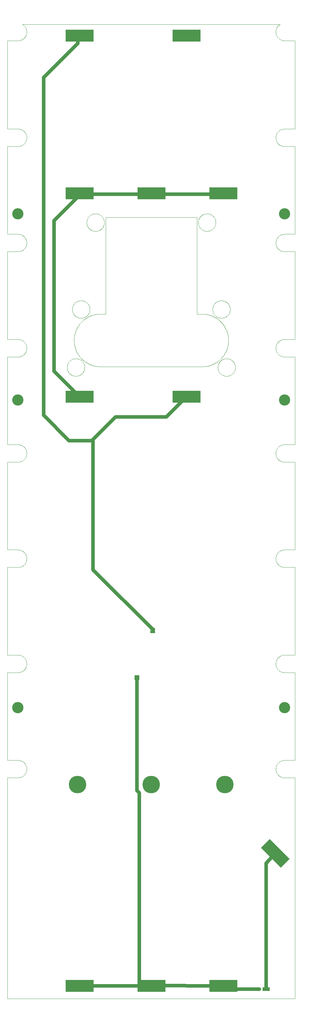
<source format=gtl>
G75*
%MOIN*%
%OFA0B0*%
%FSLAX25Y25*%
%IPPOS*%
%LPD*%
%AMOC8*
5,1,8,0,0,1.08239X$1,22.5*
%
%ADD10C,0.19685*%
%ADD11C,0.09375*%
%ADD12C,0.00000*%
%ADD13R,0.31496X0.13780*%
%ADD14R,0.07874X0.04331*%
%ADD15R,0.03150X0.03150*%
%ADD16C,0.12583*%
%ADD17C,0.12661*%
%ADD18C,0.04000*%
%ADD19R,0.02978X0.02978*%
%ADD20C,0.01200*%
D10*
X0180955Y0311229D03*
X0263632Y0311229D03*
X0346309Y0311229D03*
D11*
X0413239Y0397844D03*
X0413239Y0742922D03*
X0413239Y0952174D03*
X0114026Y0952174D03*
X0114026Y0742922D03*
X0114026Y0397844D03*
D12*
X0102215Y0071072D02*
X0425050Y0071072D01*
X0425050Y0319015D01*
X0413239Y0319015D01*
X0413239Y0319014D02*
X0412999Y0319017D01*
X0412760Y0319026D01*
X0412521Y0319040D01*
X0412282Y0319061D01*
X0412043Y0319087D01*
X0411806Y0319119D01*
X0411569Y0319157D01*
X0411333Y0319200D01*
X0411099Y0319249D01*
X0410866Y0319304D01*
X0410634Y0319365D01*
X0410403Y0319431D01*
X0410175Y0319503D01*
X0409948Y0319581D01*
X0409723Y0319663D01*
X0409500Y0319752D01*
X0409279Y0319846D01*
X0409061Y0319945D01*
X0408845Y0320049D01*
X0408632Y0320159D01*
X0408422Y0320273D01*
X0408214Y0320393D01*
X0408009Y0320518D01*
X0407808Y0320648D01*
X0407610Y0320783D01*
X0407415Y0320922D01*
X0407223Y0321066D01*
X0407035Y0321215D01*
X0406851Y0321368D01*
X0406671Y0321526D01*
X0406494Y0321688D01*
X0406321Y0321855D01*
X0406153Y0322025D01*
X0405989Y0322200D01*
X0405829Y0322378D01*
X0405673Y0322561D01*
X0405522Y0322747D01*
X0405376Y0322937D01*
X0405234Y0323130D01*
X0405097Y0323326D01*
X0404964Y0323526D01*
X0404837Y0323729D01*
X0404715Y0323935D01*
X0404597Y0324145D01*
X0404485Y0324356D01*
X0404378Y0324571D01*
X0404276Y0324788D01*
X0404180Y0325007D01*
X0404089Y0325229D01*
X0404003Y0325453D01*
X0403923Y0325679D01*
X0403849Y0325907D01*
X0403780Y0326136D01*
X0403716Y0326367D01*
X0403658Y0326600D01*
X0403606Y0326834D01*
X0403560Y0327069D01*
X0403519Y0327305D01*
X0403484Y0327543D01*
X0403455Y0327780D01*
X0403432Y0328019D01*
X0403414Y0328258D01*
X0403403Y0328498D01*
X0403397Y0328737D01*
X0403397Y0328977D01*
X0403403Y0329216D01*
X0403414Y0329456D01*
X0403432Y0329695D01*
X0403455Y0329934D01*
X0403484Y0330171D01*
X0403519Y0330409D01*
X0403560Y0330645D01*
X0403606Y0330880D01*
X0403658Y0331114D01*
X0403716Y0331347D01*
X0403780Y0331578D01*
X0403849Y0331807D01*
X0403923Y0332035D01*
X0404003Y0332261D01*
X0404089Y0332485D01*
X0404180Y0332707D01*
X0404276Y0332926D01*
X0404378Y0333143D01*
X0404485Y0333358D01*
X0404597Y0333569D01*
X0404715Y0333779D01*
X0404837Y0333985D01*
X0404964Y0334188D01*
X0405097Y0334388D01*
X0405234Y0334584D01*
X0405376Y0334777D01*
X0405522Y0334967D01*
X0405673Y0335153D01*
X0405829Y0335336D01*
X0405989Y0335514D01*
X0406153Y0335689D01*
X0406321Y0335859D01*
X0406494Y0336026D01*
X0406671Y0336188D01*
X0406851Y0336346D01*
X0407035Y0336499D01*
X0407223Y0336648D01*
X0407415Y0336792D01*
X0407610Y0336931D01*
X0407808Y0337066D01*
X0408009Y0337196D01*
X0408214Y0337321D01*
X0408422Y0337441D01*
X0408632Y0337555D01*
X0408845Y0337665D01*
X0409061Y0337769D01*
X0409279Y0337868D01*
X0409500Y0337962D01*
X0409723Y0338051D01*
X0409948Y0338133D01*
X0410175Y0338211D01*
X0410403Y0338283D01*
X0410634Y0338349D01*
X0410866Y0338410D01*
X0411099Y0338465D01*
X0411333Y0338514D01*
X0411569Y0338557D01*
X0411806Y0338595D01*
X0412043Y0338627D01*
X0412282Y0338653D01*
X0412521Y0338674D01*
X0412760Y0338688D01*
X0412999Y0338697D01*
X0413239Y0338700D01*
X0425050Y0338700D01*
X0425050Y0437125D01*
X0413239Y0437125D01*
X0413239Y0437124D02*
X0412999Y0437127D01*
X0412760Y0437136D01*
X0412521Y0437150D01*
X0412282Y0437171D01*
X0412043Y0437197D01*
X0411806Y0437229D01*
X0411569Y0437267D01*
X0411333Y0437310D01*
X0411099Y0437359D01*
X0410866Y0437414D01*
X0410634Y0437475D01*
X0410403Y0437541D01*
X0410175Y0437613D01*
X0409948Y0437691D01*
X0409723Y0437773D01*
X0409500Y0437862D01*
X0409279Y0437956D01*
X0409061Y0438055D01*
X0408845Y0438159D01*
X0408632Y0438269D01*
X0408422Y0438383D01*
X0408214Y0438503D01*
X0408009Y0438628D01*
X0407808Y0438758D01*
X0407610Y0438893D01*
X0407415Y0439032D01*
X0407223Y0439176D01*
X0407035Y0439325D01*
X0406851Y0439478D01*
X0406671Y0439636D01*
X0406494Y0439798D01*
X0406321Y0439965D01*
X0406153Y0440135D01*
X0405989Y0440310D01*
X0405829Y0440488D01*
X0405673Y0440671D01*
X0405522Y0440857D01*
X0405376Y0441047D01*
X0405234Y0441240D01*
X0405097Y0441436D01*
X0404964Y0441636D01*
X0404837Y0441839D01*
X0404715Y0442045D01*
X0404597Y0442255D01*
X0404485Y0442466D01*
X0404378Y0442681D01*
X0404276Y0442898D01*
X0404180Y0443117D01*
X0404089Y0443339D01*
X0404003Y0443563D01*
X0403923Y0443789D01*
X0403849Y0444017D01*
X0403780Y0444246D01*
X0403716Y0444477D01*
X0403658Y0444710D01*
X0403606Y0444944D01*
X0403560Y0445179D01*
X0403519Y0445415D01*
X0403484Y0445653D01*
X0403455Y0445890D01*
X0403432Y0446129D01*
X0403414Y0446368D01*
X0403403Y0446608D01*
X0403397Y0446847D01*
X0403397Y0447087D01*
X0403403Y0447326D01*
X0403414Y0447566D01*
X0403432Y0447805D01*
X0403455Y0448044D01*
X0403484Y0448281D01*
X0403519Y0448519D01*
X0403560Y0448755D01*
X0403606Y0448990D01*
X0403658Y0449224D01*
X0403716Y0449457D01*
X0403780Y0449688D01*
X0403849Y0449917D01*
X0403923Y0450145D01*
X0404003Y0450371D01*
X0404089Y0450595D01*
X0404180Y0450817D01*
X0404276Y0451036D01*
X0404378Y0451253D01*
X0404485Y0451468D01*
X0404597Y0451679D01*
X0404715Y0451889D01*
X0404837Y0452095D01*
X0404964Y0452298D01*
X0405097Y0452498D01*
X0405234Y0452694D01*
X0405376Y0452887D01*
X0405522Y0453077D01*
X0405673Y0453263D01*
X0405829Y0453446D01*
X0405989Y0453624D01*
X0406153Y0453799D01*
X0406321Y0453969D01*
X0406494Y0454136D01*
X0406671Y0454298D01*
X0406851Y0454456D01*
X0407035Y0454609D01*
X0407223Y0454758D01*
X0407415Y0454902D01*
X0407610Y0455041D01*
X0407808Y0455176D01*
X0408009Y0455306D01*
X0408214Y0455431D01*
X0408422Y0455551D01*
X0408632Y0455665D01*
X0408845Y0455775D01*
X0409061Y0455879D01*
X0409279Y0455978D01*
X0409500Y0456072D01*
X0409723Y0456161D01*
X0409948Y0456243D01*
X0410175Y0456321D01*
X0410403Y0456393D01*
X0410634Y0456459D01*
X0410866Y0456520D01*
X0411099Y0456575D01*
X0411333Y0456624D01*
X0411569Y0456667D01*
X0411806Y0456705D01*
X0412043Y0456737D01*
X0412282Y0456763D01*
X0412521Y0456784D01*
X0412760Y0456798D01*
X0412999Y0456807D01*
X0413239Y0456810D01*
X0425050Y0456810D01*
X0425050Y0555235D01*
X0413239Y0555235D01*
X0412999Y0555238D01*
X0412760Y0555247D01*
X0412521Y0555261D01*
X0412282Y0555282D01*
X0412043Y0555308D01*
X0411806Y0555340D01*
X0411569Y0555378D01*
X0411333Y0555421D01*
X0411099Y0555470D01*
X0410866Y0555525D01*
X0410634Y0555586D01*
X0410403Y0555652D01*
X0410175Y0555724D01*
X0409948Y0555802D01*
X0409723Y0555884D01*
X0409500Y0555973D01*
X0409279Y0556067D01*
X0409061Y0556166D01*
X0408845Y0556270D01*
X0408632Y0556380D01*
X0408422Y0556494D01*
X0408214Y0556614D01*
X0408009Y0556739D01*
X0407808Y0556869D01*
X0407610Y0557004D01*
X0407415Y0557143D01*
X0407223Y0557287D01*
X0407035Y0557436D01*
X0406851Y0557589D01*
X0406671Y0557747D01*
X0406494Y0557909D01*
X0406321Y0558076D01*
X0406153Y0558246D01*
X0405989Y0558421D01*
X0405829Y0558599D01*
X0405673Y0558782D01*
X0405522Y0558968D01*
X0405376Y0559158D01*
X0405234Y0559351D01*
X0405097Y0559547D01*
X0404964Y0559747D01*
X0404837Y0559950D01*
X0404715Y0560157D01*
X0404597Y0560366D01*
X0404485Y0560577D01*
X0404378Y0560792D01*
X0404276Y0561009D01*
X0404180Y0561228D01*
X0404089Y0561450D01*
X0404003Y0561674D01*
X0403923Y0561900D01*
X0403849Y0562128D01*
X0403780Y0562357D01*
X0403716Y0562588D01*
X0403658Y0562821D01*
X0403606Y0563055D01*
X0403560Y0563290D01*
X0403519Y0563526D01*
X0403484Y0563764D01*
X0403455Y0564001D01*
X0403432Y0564240D01*
X0403414Y0564479D01*
X0403403Y0564719D01*
X0403397Y0564958D01*
X0403397Y0565198D01*
X0403403Y0565437D01*
X0403414Y0565677D01*
X0403432Y0565916D01*
X0403455Y0566155D01*
X0403484Y0566392D01*
X0403519Y0566630D01*
X0403560Y0566866D01*
X0403606Y0567101D01*
X0403658Y0567335D01*
X0403716Y0567568D01*
X0403780Y0567799D01*
X0403849Y0568028D01*
X0403923Y0568256D01*
X0404003Y0568482D01*
X0404089Y0568706D01*
X0404180Y0568928D01*
X0404276Y0569147D01*
X0404378Y0569364D01*
X0404485Y0569579D01*
X0404597Y0569790D01*
X0404715Y0570000D01*
X0404837Y0570206D01*
X0404964Y0570409D01*
X0405097Y0570609D01*
X0405234Y0570805D01*
X0405376Y0570998D01*
X0405522Y0571188D01*
X0405673Y0571374D01*
X0405829Y0571557D01*
X0405989Y0571735D01*
X0406153Y0571910D01*
X0406321Y0572080D01*
X0406494Y0572247D01*
X0406671Y0572409D01*
X0406851Y0572567D01*
X0407035Y0572720D01*
X0407223Y0572869D01*
X0407415Y0573013D01*
X0407610Y0573152D01*
X0407808Y0573287D01*
X0408009Y0573417D01*
X0408214Y0573542D01*
X0408422Y0573662D01*
X0408632Y0573776D01*
X0408845Y0573886D01*
X0409061Y0573990D01*
X0409279Y0574089D01*
X0409500Y0574183D01*
X0409723Y0574272D01*
X0409948Y0574354D01*
X0410175Y0574432D01*
X0410403Y0574504D01*
X0410634Y0574570D01*
X0410866Y0574631D01*
X0411099Y0574686D01*
X0411333Y0574735D01*
X0411569Y0574778D01*
X0411806Y0574816D01*
X0412043Y0574848D01*
X0412282Y0574874D01*
X0412521Y0574895D01*
X0412760Y0574909D01*
X0412999Y0574918D01*
X0413239Y0574921D01*
X0413239Y0574920D02*
X0425050Y0574920D01*
X0425050Y0673345D01*
X0413239Y0673345D01*
X0412999Y0673348D01*
X0412760Y0673357D01*
X0412521Y0673371D01*
X0412282Y0673392D01*
X0412043Y0673418D01*
X0411806Y0673450D01*
X0411569Y0673488D01*
X0411333Y0673531D01*
X0411099Y0673580D01*
X0410866Y0673635D01*
X0410634Y0673696D01*
X0410403Y0673762D01*
X0410175Y0673834D01*
X0409948Y0673912D01*
X0409723Y0673994D01*
X0409500Y0674083D01*
X0409279Y0674177D01*
X0409061Y0674276D01*
X0408845Y0674380D01*
X0408632Y0674490D01*
X0408422Y0674604D01*
X0408214Y0674724D01*
X0408009Y0674849D01*
X0407808Y0674979D01*
X0407610Y0675114D01*
X0407415Y0675253D01*
X0407223Y0675397D01*
X0407035Y0675546D01*
X0406851Y0675699D01*
X0406671Y0675857D01*
X0406494Y0676019D01*
X0406321Y0676186D01*
X0406153Y0676356D01*
X0405989Y0676531D01*
X0405829Y0676709D01*
X0405673Y0676892D01*
X0405522Y0677078D01*
X0405376Y0677268D01*
X0405234Y0677461D01*
X0405097Y0677657D01*
X0404964Y0677857D01*
X0404837Y0678060D01*
X0404715Y0678267D01*
X0404597Y0678476D01*
X0404485Y0678687D01*
X0404378Y0678902D01*
X0404276Y0679119D01*
X0404180Y0679338D01*
X0404089Y0679560D01*
X0404003Y0679784D01*
X0403923Y0680010D01*
X0403849Y0680238D01*
X0403780Y0680467D01*
X0403716Y0680698D01*
X0403658Y0680931D01*
X0403606Y0681165D01*
X0403560Y0681400D01*
X0403519Y0681636D01*
X0403484Y0681874D01*
X0403455Y0682111D01*
X0403432Y0682350D01*
X0403414Y0682589D01*
X0403403Y0682829D01*
X0403397Y0683068D01*
X0403397Y0683308D01*
X0403403Y0683547D01*
X0403414Y0683787D01*
X0403432Y0684026D01*
X0403455Y0684265D01*
X0403484Y0684502D01*
X0403519Y0684740D01*
X0403560Y0684976D01*
X0403606Y0685211D01*
X0403658Y0685445D01*
X0403716Y0685678D01*
X0403780Y0685909D01*
X0403849Y0686138D01*
X0403923Y0686366D01*
X0404003Y0686592D01*
X0404089Y0686816D01*
X0404180Y0687038D01*
X0404276Y0687257D01*
X0404378Y0687474D01*
X0404485Y0687689D01*
X0404597Y0687900D01*
X0404715Y0688110D01*
X0404837Y0688316D01*
X0404964Y0688519D01*
X0405097Y0688719D01*
X0405234Y0688915D01*
X0405376Y0689108D01*
X0405522Y0689298D01*
X0405673Y0689484D01*
X0405829Y0689667D01*
X0405989Y0689845D01*
X0406153Y0690020D01*
X0406321Y0690190D01*
X0406494Y0690357D01*
X0406671Y0690519D01*
X0406851Y0690677D01*
X0407035Y0690830D01*
X0407223Y0690979D01*
X0407415Y0691123D01*
X0407610Y0691262D01*
X0407808Y0691397D01*
X0408009Y0691527D01*
X0408214Y0691652D01*
X0408422Y0691772D01*
X0408632Y0691886D01*
X0408845Y0691996D01*
X0409061Y0692100D01*
X0409279Y0692199D01*
X0409500Y0692293D01*
X0409723Y0692382D01*
X0409948Y0692464D01*
X0410175Y0692542D01*
X0410403Y0692614D01*
X0410634Y0692680D01*
X0410866Y0692741D01*
X0411099Y0692796D01*
X0411333Y0692845D01*
X0411569Y0692888D01*
X0411806Y0692926D01*
X0412043Y0692958D01*
X0412282Y0692984D01*
X0412521Y0693005D01*
X0412760Y0693019D01*
X0412999Y0693028D01*
X0413239Y0693031D01*
X0413239Y0693030D02*
X0425050Y0693030D01*
X0425050Y0791456D01*
X0413239Y0791456D01*
X0413239Y0791455D02*
X0412999Y0791458D01*
X0412760Y0791467D01*
X0412521Y0791481D01*
X0412282Y0791502D01*
X0412043Y0791528D01*
X0411806Y0791560D01*
X0411569Y0791598D01*
X0411333Y0791641D01*
X0411099Y0791690D01*
X0410866Y0791745D01*
X0410634Y0791806D01*
X0410403Y0791872D01*
X0410175Y0791944D01*
X0409948Y0792022D01*
X0409723Y0792104D01*
X0409500Y0792193D01*
X0409279Y0792287D01*
X0409061Y0792386D01*
X0408845Y0792490D01*
X0408632Y0792600D01*
X0408422Y0792714D01*
X0408214Y0792834D01*
X0408009Y0792959D01*
X0407808Y0793089D01*
X0407610Y0793224D01*
X0407415Y0793363D01*
X0407223Y0793507D01*
X0407035Y0793656D01*
X0406851Y0793809D01*
X0406671Y0793967D01*
X0406494Y0794129D01*
X0406321Y0794296D01*
X0406153Y0794466D01*
X0405989Y0794641D01*
X0405829Y0794819D01*
X0405673Y0795002D01*
X0405522Y0795188D01*
X0405376Y0795378D01*
X0405234Y0795571D01*
X0405097Y0795767D01*
X0404964Y0795967D01*
X0404837Y0796170D01*
X0404715Y0796377D01*
X0404597Y0796586D01*
X0404485Y0796797D01*
X0404378Y0797012D01*
X0404276Y0797229D01*
X0404180Y0797448D01*
X0404089Y0797670D01*
X0404003Y0797894D01*
X0403923Y0798120D01*
X0403849Y0798348D01*
X0403780Y0798577D01*
X0403716Y0798808D01*
X0403658Y0799041D01*
X0403606Y0799275D01*
X0403560Y0799510D01*
X0403519Y0799746D01*
X0403484Y0799984D01*
X0403455Y0800221D01*
X0403432Y0800460D01*
X0403414Y0800699D01*
X0403403Y0800939D01*
X0403397Y0801178D01*
X0403397Y0801418D01*
X0403403Y0801657D01*
X0403414Y0801897D01*
X0403432Y0802136D01*
X0403455Y0802375D01*
X0403484Y0802612D01*
X0403519Y0802850D01*
X0403560Y0803086D01*
X0403606Y0803321D01*
X0403658Y0803555D01*
X0403716Y0803788D01*
X0403780Y0804019D01*
X0403849Y0804248D01*
X0403923Y0804476D01*
X0404003Y0804702D01*
X0404089Y0804926D01*
X0404180Y0805148D01*
X0404276Y0805367D01*
X0404378Y0805584D01*
X0404485Y0805799D01*
X0404597Y0806010D01*
X0404715Y0806220D01*
X0404837Y0806426D01*
X0404964Y0806629D01*
X0405097Y0806829D01*
X0405234Y0807025D01*
X0405376Y0807218D01*
X0405522Y0807408D01*
X0405673Y0807594D01*
X0405829Y0807777D01*
X0405989Y0807955D01*
X0406153Y0808130D01*
X0406321Y0808300D01*
X0406494Y0808467D01*
X0406671Y0808629D01*
X0406851Y0808787D01*
X0407035Y0808940D01*
X0407223Y0809089D01*
X0407415Y0809233D01*
X0407610Y0809372D01*
X0407808Y0809507D01*
X0408009Y0809637D01*
X0408214Y0809762D01*
X0408422Y0809882D01*
X0408632Y0809996D01*
X0408845Y0810106D01*
X0409061Y0810210D01*
X0409279Y0810309D01*
X0409500Y0810403D01*
X0409723Y0810492D01*
X0409948Y0810574D01*
X0410175Y0810652D01*
X0410403Y0810724D01*
X0410634Y0810790D01*
X0410866Y0810851D01*
X0411099Y0810906D01*
X0411333Y0810955D01*
X0411569Y0810998D01*
X0411806Y0811036D01*
X0412043Y0811068D01*
X0412282Y0811094D01*
X0412521Y0811115D01*
X0412760Y0811129D01*
X0412999Y0811138D01*
X0413239Y0811141D01*
X0425050Y0811141D01*
X0425050Y0909566D01*
X0413239Y0909566D01*
X0413239Y0909565D02*
X0412999Y0909568D01*
X0412760Y0909577D01*
X0412521Y0909591D01*
X0412282Y0909612D01*
X0412043Y0909638D01*
X0411806Y0909670D01*
X0411569Y0909708D01*
X0411333Y0909751D01*
X0411099Y0909800D01*
X0410866Y0909855D01*
X0410634Y0909916D01*
X0410403Y0909982D01*
X0410175Y0910054D01*
X0409948Y0910132D01*
X0409723Y0910214D01*
X0409500Y0910303D01*
X0409279Y0910397D01*
X0409061Y0910496D01*
X0408845Y0910600D01*
X0408632Y0910710D01*
X0408422Y0910824D01*
X0408214Y0910944D01*
X0408009Y0911069D01*
X0407808Y0911199D01*
X0407610Y0911334D01*
X0407415Y0911473D01*
X0407223Y0911617D01*
X0407035Y0911766D01*
X0406851Y0911919D01*
X0406671Y0912077D01*
X0406494Y0912239D01*
X0406321Y0912406D01*
X0406153Y0912576D01*
X0405989Y0912751D01*
X0405829Y0912929D01*
X0405673Y0913112D01*
X0405522Y0913298D01*
X0405376Y0913488D01*
X0405234Y0913681D01*
X0405097Y0913877D01*
X0404964Y0914077D01*
X0404837Y0914280D01*
X0404715Y0914487D01*
X0404597Y0914696D01*
X0404485Y0914907D01*
X0404378Y0915122D01*
X0404276Y0915339D01*
X0404180Y0915558D01*
X0404089Y0915780D01*
X0404003Y0916004D01*
X0403923Y0916230D01*
X0403849Y0916458D01*
X0403780Y0916687D01*
X0403716Y0916918D01*
X0403658Y0917151D01*
X0403606Y0917385D01*
X0403560Y0917620D01*
X0403519Y0917856D01*
X0403484Y0918094D01*
X0403455Y0918331D01*
X0403432Y0918570D01*
X0403414Y0918809D01*
X0403403Y0919049D01*
X0403397Y0919288D01*
X0403397Y0919528D01*
X0403403Y0919767D01*
X0403414Y0920007D01*
X0403432Y0920246D01*
X0403455Y0920485D01*
X0403484Y0920722D01*
X0403519Y0920960D01*
X0403560Y0921196D01*
X0403606Y0921431D01*
X0403658Y0921665D01*
X0403716Y0921898D01*
X0403780Y0922129D01*
X0403849Y0922358D01*
X0403923Y0922586D01*
X0404003Y0922812D01*
X0404089Y0923036D01*
X0404180Y0923258D01*
X0404276Y0923477D01*
X0404378Y0923694D01*
X0404485Y0923909D01*
X0404597Y0924120D01*
X0404715Y0924330D01*
X0404837Y0924536D01*
X0404964Y0924739D01*
X0405097Y0924939D01*
X0405234Y0925135D01*
X0405376Y0925328D01*
X0405522Y0925518D01*
X0405673Y0925704D01*
X0405829Y0925887D01*
X0405989Y0926065D01*
X0406153Y0926240D01*
X0406321Y0926410D01*
X0406494Y0926577D01*
X0406671Y0926739D01*
X0406851Y0926897D01*
X0407035Y0927050D01*
X0407223Y0927199D01*
X0407415Y0927343D01*
X0407610Y0927482D01*
X0407808Y0927617D01*
X0408009Y0927747D01*
X0408214Y0927872D01*
X0408422Y0927992D01*
X0408632Y0928106D01*
X0408845Y0928216D01*
X0409061Y0928320D01*
X0409279Y0928419D01*
X0409500Y0928513D01*
X0409723Y0928602D01*
X0409948Y0928684D01*
X0410175Y0928762D01*
X0410403Y0928834D01*
X0410634Y0928900D01*
X0410866Y0928961D01*
X0411099Y0929016D01*
X0411333Y0929065D01*
X0411569Y0929108D01*
X0411806Y0929146D01*
X0412043Y0929178D01*
X0412282Y0929204D01*
X0412521Y0929225D01*
X0412760Y0929239D01*
X0412999Y0929248D01*
X0413239Y0929251D01*
X0425050Y0929251D01*
X0425050Y1027676D01*
X0413239Y1027676D01*
X0412999Y1027679D01*
X0412760Y1027688D01*
X0412521Y1027702D01*
X0412282Y1027723D01*
X0412043Y1027749D01*
X0411806Y1027781D01*
X0411569Y1027819D01*
X0411333Y1027862D01*
X0411099Y1027911D01*
X0410866Y1027966D01*
X0410634Y1028027D01*
X0410403Y1028093D01*
X0410175Y1028165D01*
X0409948Y1028243D01*
X0409723Y1028325D01*
X0409500Y1028414D01*
X0409279Y1028508D01*
X0409061Y1028607D01*
X0408845Y1028711D01*
X0408632Y1028821D01*
X0408422Y1028935D01*
X0408214Y1029055D01*
X0408009Y1029180D01*
X0407808Y1029310D01*
X0407610Y1029445D01*
X0407415Y1029584D01*
X0407223Y1029728D01*
X0407035Y1029877D01*
X0406851Y1030030D01*
X0406671Y1030188D01*
X0406494Y1030350D01*
X0406321Y1030517D01*
X0406153Y1030687D01*
X0405989Y1030862D01*
X0405829Y1031040D01*
X0405673Y1031223D01*
X0405522Y1031409D01*
X0405376Y1031599D01*
X0405234Y1031792D01*
X0405097Y1031988D01*
X0404964Y1032188D01*
X0404837Y1032391D01*
X0404715Y1032598D01*
X0404597Y1032807D01*
X0404485Y1033018D01*
X0404378Y1033233D01*
X0404276Y1033450D01*
X0404180Y1033669D01*
X0404089Y1033891D01*
X0404003Y1034115D01*
X0403923Y1034341D01*
X0403849Y1034569D01*
X0403780Y1034798D01*
X0403716Y1035029D01*
X0403658Y1035262D01*
X0403606Y1035496D01*
X0403560Y1035731D01*
X0403519Y1035967D01*
X0403484Y1036205D01*
X0403455Y1036442D01*
X0403432Y1036681D01*
X0403414Y1036920D01*
X0403403Y1037160D01*
X0403397Y1037399D01*
X0403397Y1037639D01*
X0403403Y1037878D01*
X0403414Y1038118D01*
X0403432Y1038357D01*
X0403455Y1038596D01*
X0403484Y1038833D01*
X0403519Y1039071D01*
X0403560Y1039307D01*
X0403606Y1039542D01*
X0403658Y1039776D01*
X0403716Y1040009D01*
X0403780Y1040240D01*
X0403849Y1040469D01*
X0403923Y1040697D01*
X0404003Y1040923D01*
X0404089Y1041147D01*
X0404180Y1041369D01*
X0404276Y1041588D01*
X0404378Y1041805D01*
X0404485Y1042020D01*
X0404597Y1042231D01*
X0404715Y1042441D01*
X0404837Y1042647D01*
X0404964Y1042850D01*
X0405097Y1043050D01*
X0405234Y1043246D01*
X0405376Y1043439D01*
X0405522Y1043629D01*
X0405673Y1043815D01*
X0405829Y1043998D01*
X0405989Y1044176D01*
X0406153Y1044351D01*
X0406321Y1044521D01*
X0406494Y1044688D01*
X0406671Y1044850D01*
X0406851Y1045008D01*
X0407035Y1045161D01*
X0407223Y1045310D01*
X0407415Y1045454D01*
X0407610Y1045593D01*
X0407808Y1045728D01*
X0408009Y1045858D01*
X0408214Y1045983D01*
X0408422Y1046103D01*
X0408632Y1046217D01*
X0408845Y1046327D01*
X0409061Y1046431D01*
X0409279Y1046530D01*
X0409500Y1046624D01*
X0409723Y1046713D01*
X0409948Y1046795D01*
X0410175Y1046873D01*
X0410403Y1046945D01*
X0410634Y1047011D01*
X0410866Y1047072D01*
X0411099Y1047127D01*
X0411333Y1047176D01*
X0411569Y1047219D01*
X0411806Y1047257D01*
X0412043Y1047289D01*
X0412282Y1047315D01*
X0412521Y1047336D01*
X0412760Y1047350D01*
X0412999Y1047359D01*
X0413239Y1047362D01*
X0413239Y1047361D02*
X0425050Y1047361D01*
X0425050Y1146466D01*
X0413239Y1146466D01*
X0413239Y1146465D02*
X0412999Y1146468D01*
X0412760Y1146477D01*
X0412520Y1146491D01*
X0412282Y1146512D01*
X0412043Y1146538D01*
X0411806Y1146570D01*
X0411569Y1146608D01*
X0411333Y1146651D01*
X0411099Y1146701D01*
X0410865Y1146756D01*
X0410633Y1146816D01*
X0410403Y1146882D01*
X0410174Y1146954D01*
X0409947Y1147032D01*
X0409722Y1147115D01*
X0409500Y1147203D01*
X0409279Y1147297D01*
X0409061Y1147396D01*
X0408845Y1147500D01*
X0408632Y1147610D01*
X0408421Y1147725D01*
X0408214Y1147845D01*
X0408009Y1147969D01*
X0407807Y1148099D01*
X0407609Y1148234D01*
X0407414Y1148373D01*
X0407223Y1148518D01*
X0407035Y1148667D01*
X0406851Y1148820D01*
X0406670Y1148978D01*
X0406494Y1149140D01*
X0406321Y1149306D01*
X0406152Y1149477D01*
X0405988Y1149651D01*
X0405828Y1149830D01*
X0405673Y1150012D01*
X0405522Y1150198D01*
X0405375Y1150388D01*
X0405233Y1150581D01*
X0405096Y1150778D01*
X0404964Y1150978D01*
X0404837Y1151181D01*
X0404714Y1151387D01*
X0404597Y1151596D01*
X0404485Y1151808D01*
X0404378Y1152023D01*
X0404276Y1152240D01*
X0404180Y1152459D01*
X0404089Y1152681D01*
X0404003Y1152905D01*
X0403923Y1153131D01*
X0403848Y1153359D01*
X0403779Y1153588D01*
X0403716Y1153820D01*
X0403658Y1154052D01*
X0403606Y1154286D01*
X0403559Y1154521D01*
X0403519Y1154758D01*
X0403484Y1154995D01*
X0403455Y1155233D01*
X0403432Y1155471D01*
X0403414Y1155710D01*
X0403403Y1155950D01*
X0403397Y1156190D01*
X0403397Y1156429D01*
X0403403Y1156669D01*
X0403414Y1156908D01*
X0403432Y1157148D01*
X0403455Y1157386D01*
X0403484Y1157624D01*
X0403519Y1157861D01*
X0403560Y1158097D01*
X0403606Y1158333D01*
X0403659Y1158567D01*
X0403716Y1158799D01*
X0403780Y1159030D01*
X0403849Y1159260D01*
X0403924Y1159488D01*
X0404004Y1159714D01*
X0404090Y1159938D01*
X0404181Y1160159D01*
X0404277Y1160379D01*
X0404379Y1160596D01*
X0404486Y1160810D01*
X0404598Y1161022D01*
X0404716Y1161231D01*
X0404838Y1161437D01*
X0404966Y1161640D01*
X0405098Y1161840D01*
X0405235Y1162037D01*
X0405377Y1162230D01*
X0405523Y1162420D01*
X0405675Y1162606D01*
X0405830Y1162788D01*
X0405990Y1162967D01*
X0406155Y1163141D01*
X0406323Y1163312D01*
X0406496Y1163478D01*
X0406672Y1163640D01*
X0406853Y1163798D01*
X0407037Y1163951D01*
X0407225Y1164100D01*
X0407417Y1164244D01*
X0407612Y1164384D01*
X0407810Y1164518D01*
X0408011Y1164648D01*
X0408216Y1164773D01*
X0119049Y1164773D01*
X0119254Y1164648D01*
X0119455Y1164518D01*
X0119653Y1164384D01*
X0119848Y1164244D01*
X0120040Y1164100D01*
X0120228Y1163951D01*
X0120412Y1163798D01*
X0120593Y1163640D01*
X0120769Y1163478D01*
X0120942Y1163312D01*
X0121110Y1163141D01*
X0121275Y1162967D01*
X0121435Y1162788D01*
X0121590Y1162606D01*
X0121742Y1162420D01*
X0121888Y1162230D01*
X0122030Y1162037D01*
X0122167Y1161840D01*
X0122299Y1161640D01*
X0122427Y1161437D01*
X0122549Y1161231D01*
X0122667Y1161022D01*
X0122779Y1160810D01*
X0122886Y1160596D01*
X0122988Y1160379D01*
X0123084Y1160159D01*
X0123175Y1159938D01*
X0123261Y1159714D01*
X0123341Y1159488D01*
X0123416Y1159260D01*
X0123485Y1159030D01*
X0123549Y1158799D01*
X0123606Y1158567D01*
X0123659Y1158333D01*
X0123705Y1158097D01*
X0123746Y1157861D01*
X0123781Y1157624D01*
X0123810Y1157386D01*
X0123833Y1157148D01*
X0123851Y1156908D01*
X0123862Y1156669D01*
X0123868Y1156429D01*
X0123868Y1156190D01*
X0123862Y1155950D01*
X0123851Y1155710D01*
X0123833Y1155471D01*
X0123810Y1155233D01*
X0123781Y1154995D01*
X0123746Y1154758D01*
X0123706Y1154521D01*
X0123659Y1154286D01*
X0123607Y1154052D01*
X0123549Y1153820D01*
X0123486Y1153588D01*
X0123417Y1153359D01*
X0123342Y1153131D01*
X0123262Y1152905D01*
X0123176Y1152681D01*
X0123085Y1152459D01*
X0122989Y1152240D01*
X0122887Y1152023D01*
X0122780Y1151808D01*
X0122668Y1151596D01*
X0122551Y1151387D01*
X0122428Y1151181D01*
X0122301Y1150978D01*
X0122169Y1150778D01*
X0122032Y1150581D01*
X0121890Y1150388D01*
X0121743Y1150198D01*
X0121592Y1150012D01*
X0121437Y1149830D01*
X0121277Y1149651D01*
X0121113Y1149477D01*
X0120944Y1149306D01*
X0120771Y1149140D01*
X0120595Y1148978D01*
X0120414Y1148820D01*
X0120230Y1148667D01*
X0120042Y1148518D01*
X0119851Y1148373D01*
X0119656Y1148234D01*
X0119458Y1148099D01*
X0119256Y1147969D01*
X0119051Y1147845D01*
X0118844Y1147725D01*
X0118633Y1147610D01*
X0118420Y1147500D01*
X0118204Y1147396D01*
X0117986Y1147297D01*
X0117765Y1147203D01*
X0117543Y1147115D01*
X0117318Y1147032D01*
X0117091Y1146954D01*
X0116862Y1146882D01*
X0116632Y1146816D01*
X0116400Y1146756D01*
X0116166Y1146701D01*
X0115932Y1146651D01*
X0115696Y1146608D01*
X0115459Y1146570D01*
X0115222Y1146538D01*
X0114983Y1146512D01*
X0114745Y1146491D01*
X0114505Y1146477D01*
X0114266Y1146468D01*
X0114026Y1146465D01*
X0114026Y1146466D02*
X0102215Y1146466D01*
X0102215Y1047361D01*
X0114026Y1047361D01*
X0114026Y1047362D02*
X0114266Y1047359D01*
X0114505Y1047350D01*
X0114744Y1047336D01*
X0114983Y1047315D01*
X0115222Y1047289D01*
X0115459Y1047257D01*
X0115696Y1047219D01*
X0115932Y1047176D01*
X0116166Y1047127D01*
X0116399Y1047072D01*
X0116631Y1047011D01*
X0116862Y1046945D01*
X0117090Y1046873D01*
X0117317Y1046795D01*
X0117542Y1046713D01*
X0117765Y1046624D01*
X0117986Y1046530D01*
X0118204Y1046431D01*
X0118420Y1046327D01*
X0118633Y1046217D01*
X0118843Y1046103D01*
X0119051Y1045983D01*
X0119256Y1045858D01*
X0119457Y1045728D01*
X0119655Y1045593D01*
X0119850Y1045454D01*
X0120042Y1045310D01*
X0120230Y1045161D01*
X0120414Y1045008D01*
X0120594Y1044850D01*
X0120771Y1044688D01*
X0120944Y1044521D01*
X0121112Y1044351D01*
X0121276Y1044176D01*
X0121436Y1043998D01*
X0121592Y1043815D01*
X0121743Y1043629D01*
X0121889Y1043439D01*
X0122031Y1043246D01*
X0122168Y1043050D01*
X0122301Y1042850D01*
X0122428Y1042647D01*
X0122550Y1042441D01*
X0122668Y1042231D01*
X0122780Y1042020D01*
X0122887Y1041805D01*
X0122989Y1041588D01*
X0123085Y1041369D01*
X0123176Y1041147D01*
X0123262Y1040923D01*
X0123342Y1040697D01*
X0123416Y1040469D01*
X0123485Y1040240D01*
X0123549Y1040009D01*
X0123607Y1039776D01*
X0123659Y1039542D01*
X0123705Y1039307D01*
X0123746Y1039071D01*
X0123781Y1038833D01*
X0123810Y1038596D01*
X0123833Y1038357D01*
X0123851Y1038118D01*
X0123862Y1037878D01*
X0123868Y1037639D01*
X0123868Y1037399D01*
X0123862Y1037160D01*
X0123851Y1036920D01*
X0123833Y1036681D01*
X0123810Y1036442D01*
X0123781Y1036205D01*
X0123746Y1035967D01*
X0123705Y1035731D01*
X0123659Y1035496D01*
X0123607Y1035262D01*
X0123549Y1035029D01*
X0123485Y1034798D01*
X0123416Y1034569D01*
X0123342Y1034341D01*
X0123262Y1034115D01*
X0123176Y1033891D01*
X0123085Y1033669D01*
X0122989Y1033450D01*
X0122887Y1033233D01*
X0122780Y1033018D01*
X0122668Y1032807D01*
X0122550Y1032598D01*
X0122428Y1032391D01*
X0122301Y1032188D01*
X0122168Y1031988D01*
X0122031Y1031792D01*
X0121889Y1031599D01*
X0121743Y1031409D01*
X0121592Y1031223D01*
X0121436Y1031040D01*
X0121276Y1030862D01*
X0121112Y1030687D01*
X0120944Y1030517D01*
X0120771Y1030350D01*
X0120594Y1030188D01*
X0120414Y1030030D01*
X0120230Y1029877D01*
X0120042Y1029728D01*
X0119850Y1029584D01*
X0119655Y1029445D01*
X0119457Y1029310D01*
X0119256Y1029180D01*
X0119051Y1029055D01*
X0118843Y1028935D01*
X0118633Y1028821D01*
X0118420Y1028711D01*
X0118204Y1028607D01*
X0117986Y1028508D01*
X0117765Y1028414D01*
X0117542Y1028325D01*
X0117317Y1028243D01*
X0117090Y1028165D01*
X0116862Y1028093D01*
X0116631Y1028027D01*
X0116399Y1027966D01*
X0116166Y1027911D01*
X0115932Y1027862D01*
X0115696Y1027819D01*
X0115459Y1027781D01*
X0115222Y1027749D01*
X0114983Y1027723D01*
X0114744Y1027702D01*
X0114505Y1027688D01*
X0114266Y1027679D01*
X0114026Y1027676D01*
X0102215Y1027676D01*
X0102215Y0929251D01*
X0114026Y0929251D01*
X0114266Y0929248D01*
X0114505Y0929239D01*
X0114744Y0929225D01*
X0114983Y0929204D01*
X0115222Y0929178D01*
X0115459Y0929146D01*
X0115696Y0929108D01*
X0115932Y0929065D01*
X0116166Y0929016D01*
X0116399Y0928961D01*
X0116631Y0928900D01*
X0116862Y0928834D01*
X0117090Y0928762D01*
X0117317Y0928684D01*
X0117542Y0928602D01*
X0117765Y0928513D01*
X0117986Y0928419D01*
X0118204Y0928320D01*
X0118420Y0928216D01*
X0118633Y0928106D01*
X0118843Y0927992D01*
X0119051Y0927872D01*
X0119256Y0927747D01*
X0119457Y0927617D01*
X0119655Y0927482D01*
X0119850Y0927343D01*
X0120042Y0927199D01*
X0120230Y0927050D01*
X0120414Y0926897D01*
X0120594Y0926739D01*
X0120771Y0926577D01*
X0120944Y0926410D01*
X0121112Y0926240D01*
X0121276Y0926065D01*
X0121436Y0925887D01*
X0121592Y0925704D01*
X0121743Y0925518D01*
X0121889Y0925328D01*
X0122031Y0925135D01*
X0122168Y0924939D01*
X0122301Y0924739D01*
X0122428Y0924536D01*
X0122550Y0924330D01*
X0122668Y0924120D01*
X0122780Y0923909D01*
X0122887Y0923694D01*
X0122989Y0923477D01*
X0123085Y0923258D01*
X0123176Y0923036D01*
X0123262Y0922812D01*
X0123342Y0922586D01*
X0123416Y0922358D01*
X0123485Y0922129D01*
X0123549Y0921898D01*
X0123607Y0921665D01*
X0123659Y0921431D01*
X0123705Y0921196D01*
X0123746Y0920960D01*
X0123781Y0920722D01*
X0123810Y0920485D01*
X0123833Y0920246D01*
X0123851Y0920007D01*
X0123862Y0919767D01*
X0123868Y0919528D01*
X0123868Y0919288D01*
X0123862Y0919049D01*
X0123851Y0918809D01*
X0123833Y0918570D01*
X0123810Y0918331D01*
X0123781Y0918094D01*
X0123746Y0917856D01*
X0123705Y0917620D01*
X0123659Y0917385D01*
X0123607Y0917151D01*
X0123549Y0916918D01*
X0123485Y0916687D01*
X0123416Y0916458D01*
X0123342Y0916230D01*
X0123262Y0916004D01*
X0123176Y0915780D01*
X0123085Y0915558D01*
X0122989Y0915339D01*
X0122887Y0915122D01*
X0122780Y0914907D01*
X0122668Y0914696D01*
X0122550Y0914487D01*
X0122428Y0914280D01*
X0122301Y0914077D01*
X0122168Y0913877D01*
X0122031Y0913681D01*
X0121889Y0913488D01*
X0121743Y0913298D01*
X0121592Y0913112D01*
X0121436Y0912929D01*
X0121276Y0912751D01*
X0121112Y0912576D01*
X0120944Y0912406D01*
X0120771Y0912239D01*
X0120594Y0912077D01*
X0120414Y0911919D01*
X0120230Y0911766D01*
X0120042Y0911617D01*
X0119850Y0911473D01*
X0119655Y0911334D01*
X0119457Y0911199D01*
X0119256Y0911069D01*
X0119051Y0910944D01*
X0118843Y0910824D01*
X0118633Y0910710D01*
X0118420Y0910600D01*
X0118204Y0910496D01*
X0117986Y0910397D01*
X0117765Y0910303D01*
X0117542Y0910214D01*
X0117317Y0910132D01*
X0117090Y0910054D01*
X0116862Y0909982D01*
X0116631Y0909916D01*
X0116399Y0909855D01*
X0116166Y0909800D01*
X0115932Y0909751D01*
X0115696Y0909708D01*
X0115459Y0909670D01*
X0115222Y0909638D01*
X0114983Y0909612D01*
X0114744Y0909591D01*
X0114505Y0909577D01*
X0114266Y0909568D01*
X0114026Y0909565D01*
X0114026Y0909566D02*
X0102215Y0909566D01*
X0102215Y0811141D01*
X0114026Y0811141D01*
X0114266Y0811138D01*
X0114505Y0811129D01*
X0114744Y0811115D01*
X0114983Y0811094D01*
X0115222Y0811068D01*
X0115459Y0811036D01*
X0115696Y0810998D01*
X0115932Y0810955D01*
X0116166Y0810906D01*
X0116399Y0810851D01*
X0116631Y0810790D01*
X0116862Y0810724D01*
X0117090Y0810652D01*
X0117317Y0810574D01*
X0117542Y0810492D01*
X0117765Y0810403D01*
X0117986Y0810309D01*
X0118204Y0810210D01*
X0118420Y0810106D01*
X0118633Y0809996D01*
X0118843Y0809882D01*
X0119051Y0809762D01*
X0119256Y0809637D01*
X0119457Y0809507D01*
X0119655Y0809372D01*
X0119850Y0809233D01*
X0120042Y0809089D01*
X0120230Y0808940D01*
X0120414Y0808787D01*
X0120594Y0808629D01*
X0120771Y0808467D01*
X0120944Y0808300D01*
X0121112Y0808130D01*
X0121276Y0807955D01*
X0121436Y0807777D01*
X0121592Y0807594D01*
X0121743Y0807408D01*
X0121889Y0807218D01*
X0122031Y0807025D01*
X0122168Y0806829D01*
X0122301Y0806629D01*
X0122428Y0806426D01*
X0122550Y0806220D01*
X0122668Y0806010D01*
X0122780Y0805799D01*
X0122887Y0805584D01*
X0122989Y0805367D01*
X0123085Y0805148D01*
X0123176Y0804926D01*
X0123262Y0804702D01*
X0123342Y0804476D01*
X0123416Y0804248D01*
X0123485Y0804019D01*
X0123549Y0803788D01*
X0123607Y0803555D01*
X0123659Y0803321D01*
X0123705Y0803086D01*
X0123746Y0802850D01*
X0123781Y0802612D01*
X0123810Y0802375D01*
X0123833Y0802136D01*
X0123851Y0801897D01*
X0123862Y0801657D01*
X0123868Y0801418D01*
X0123868Y0801178D01*
X0123862Y0800939D01*
X0123851Y0800699D01*
X0123833Y0800460D01*
X0123810Y0800221D01*
X0123781Y0799984D01*
X0123746Y0799746D01*
X0123705Y0799510D01*
X0123659Y0799275D01*
X0123607Y0799041D01*
X0123549Y0798808D01*
X0123485Y0798577D01*
X0123416Y0798348D01*
X0123342Y0798120D01*
X0123262Y0797894D01*
X0123176Y0797670D01*
X0123085Y0797448D01*
X0122989Y0797229D01*
X0122887Y0797012D01*
X0122780Y0796797D01*
X0122668Y0796586D01*
X0122550Y0796377D01*
X0122428Y0796170D01*
X0122301Y0795967D01*
X0122168Y0795767D01*
X0122031Y0795571D01*
X0121889Y0795378D01*
X0121743Y0795188D01*
X0121592Y0795002D01*
X0121436Y0794819D01*
X0121276Y0794641D01*
X0121112Y0794466D01*
X0120944Y0794296D01*
X0120771Y0794129D01*
X0120594Y0793967D01*
X0120414Y0793809D01*
X0120230Y0793656D01*
X0120042Y0793507D01*
X0119850Y0793363D01*
X0119655Y0793224D01*
X0119457Y0793089D01*
X0119256Y0792959D01*
X0119051Y0792834D01*
X0118843Y0792714D01*
X0118633Y0792600D01*
X0118420Y0792490D01*
X0118204Y0792386D01*
X0117986Y0792287D01*
X0117765Y0792193D01*
X0117542Y0792104D01*
X0117317Y0792022D01*
X0117090Y0791944D01*
X0116862Y0791872D01*
X0116631Y0791806D01*
X0116399Y0791745D01*
X0116166Y0791690D01*
X0115932Y0791641D01*
X0115696Y0791598D01*
X0115459Y0791560D01*
X0115222Y0791528D01*
X0114983Y0791502D01*
X0114744Y0791481D01*
X0114505Y0791467D01*
X0114266Y0791458D01*
X0114026Y0791455D01*
X0114026Y0791456D02*
X0102215Y0791456D01*
X0102215Y0693030D01*
X0114026Y0693030D01*
X0114026Y0693031D02*
X0114266Y0693028D01*
X0114505Y0693019D01*
X0114744Y0693005D01*
X0114983Y0692984D01*
X0115222Y0692958D01*
X0115459Y0692926D01*
X0115696Y0692888D01*
X0115932Y0692845D01*
X0116166Y0692796D01*
X0116399Y0692741D01*
X0116631Y0692680D01*
X0116862Y0692614D01*
X0117090Y0692542D01*
X0117317Y0692464D01*
X0117542Y0692382D01*
X0117765Y0692293D01*
X0117986Y0692199D01*
X0118204Y0692100D01*
X0118420Y0691996D01*
X0118633Y0691886D01*
X0118843Y0691772D01*
X0119051Y0691652D01*
X0119256Y0691527D01*
X0119457Y0691397D01*
X0119655Y0691262D01*
X0119850Y0691123D01*
X0120042Y0690979D01*
X0120230Y0690830D01*
X0120414Y0690677D01*
X0120594Y0690519D01*
X0120771Y0690357D01*
X0120944Y0690190D01*
X0121112Y0690020D01*
X0121276Y0689845D01*
X0121436Y0689667D01*
X0121592Y0689484D01*
X0121743Y0689298D01*
X0121889Y0689108D01*
X0122031Y0688915D01*
X0122168Y0688719D01*
X0122301Y0688519D01*
X0122428Y0688316D01*
X0122550Y0688110D01*
X0122668Y0687900D01*
X0122780Y0687689D01*
X0122887Y0687474D01*
X0122989Y0687257D01*
X0123085Y0687038D01*
X0123176Y0686816D01*
X0123262Y0686592D01*
X0123342Y0686366D01*
X0123416Y0686138D01*
X0123485Y0685909D01*
X0123549Y0685678D01*
X0123607Y0685445D01*
X0123659Y0685211D01*
X0123705Y0684976D01*
X0123746Y0684740D01*
X0123781Y0684502D01*
X0123810Y0684265D01*
X0123833Y0684026D01*
X0123851Y0683787D01*
X0123862Y0683547D01*
X0123868Y0683308D01*
X0123868Y0683068D01*
X0123862Y0682829D01*
X0123851Y0682589D01*
X0123833Y0682350D01*
X0123810Y0682111D01*
X0123781Y0681874D01*
X0123746Y0681636D01*
X0123705Y0681400D01*
X0123659Y0681165D01*
X0123607Y0680931D01*
X0123549Y0680698D01*
X0123485Y0680467D01*
X0123416Y0680238D01*
X0123342Y0680010D01*
X0123262Y0679784D01*
X0123176Y0679560D01*
X0123085Y0679338D01*
X0122989Y0679119D01*
X0122887Y0678902D01*
X0122780Y0678687D01*
X0122668Y0678476D01*
X0122550Y0678267D01*
X0122428Y0678060D01*
X0122301Y0677857D01*
X0122168Y0677657D01*
X0122031Y0677461D01*
X0121889Y0677268D01*
X0121743Y0677078D01*
X0121592Y0676892D01*
X0121436Y0676709D01*
X0121276Y0676531D01*
X0121112Y0676356D01*
X0120944Y0676186D01*
X0120771Y0676019D01*
X0120594Y0675857D01*
X0120414Y0675699D01*
X0120230Y0675546D01*
X0120042Y0675397D01*
X0119850Y0675253D01*
X0119655Y0675114D01*
X0119457Y0674979D01*
X0119256Y0674849D01*
X0119051Y0674724D01*
X0118843Y0674604D01*
X0118633Y0674490D01*
X0118420Y0674380D01*
X0118204Y0674276D01*
X0117986Y0674177D01*
X0117765Y0674083D01*
X0117542Y0673994D01*
X0117317Y0673912D01*
X0117090Y0673834D01*
X0116862Y0673762D01*
X0116631Y0673696D01*
X0116399Y0673635D01*
X0116166Y0673580D01*
X0115932Y0673531D01*
X0115696Y0673488D01*
X0115459Y0673450D01*
X0115222Y0673418D01*
X0114983Y0673392D01*
X0114744Y0673371D01*
X0114505Y0673357D01*
X0114266Y0673348D01*
X0114026Y0673345D01*
X0102215Y0673345D01*
X0102215Y0574920D01*
X0114026Y0574920D01*
X0114026Y0574921D02*
X0114266Y0574918D01*
X0114505Y0574909D01*
X0114744Y0574895D01*
X0114983Y0574874D01*
X0115222Y0574848D01*
X0115459Y0574816D01*
X0115696Y0574778D01*
X0115932Y0574735D01*
X0116166Y0574686D01*
X0116399Y0574631D01*
X0116631Y0574570D01*
X0116862Y0574504D01*
X0117090Y0574432D01*
X0117317Y0574354D01*
X0117542Y0574272D01*
X0117765Y0574183D01*
X0117986Y0574089D01*
X0118204Y0573990D01*
X0118420Y0573886D01*
X0118633Y0573776D01*
X0118843Y0573662D01*
X0119051Y0573542D01*
X0119256Y0573417D01*
X0119457Y0573287D01*
X0119655Y0573152D01*
X0119850Y0573013D01*
X0120042Y0572869D01*
X0120230Y0572720D01*
X0120414Y0572567D01*
X0120594Y0572409D01*
X0120771Y0572247D01*
X0120944Y0572080D01*
X0121112Y0571910D01*
X0121276Y0571735D01*
X0121436Y0571557D01*
X0121592Y0571374D01*
X0121743Y0571188D01*
X0121889Y0570998D01*
X0122031Y0570805D01*
X0122168Y0570609D01*
X0122301Y0570409D01*
X0122428Y0570206D01*
X0122550Y0570000D01*
X0122668Y0569790D01*
X0122780Y0569579D01*
X0122887Y0569364D01*
X0122989Y0569147D01*
X0123085Y0568928D01*
X0123176Y0568706D01*
X0123262Y0568482D01*
X0123342Y0568256D01*
X0123416Y0568028D01*
X0123485Y0567799D01*
X0123549Y0567568D01*
X0123607Y0567335D01*
X0123659Y0567101D01*
X0123705Y0566866D01*
X0123746Y0566630D01*
X0123781Y0566392D01*
X0123810Y0566155D01*
X0123833Y0565916D01*
X0123851Y0565677D01*
X0123862Y0565437D01*
X0123868Y0565198D01*
X0123868Y0564958D01*
X0123862Y0564719D01*
X0123851Y0564479D01*
X0123833Y0564240D01*
X0123810Y0564001D01*
X0123781Y0563764D01*
X0123746Y0563526D01*
X0123705Y0563290D01*
X0123659Y0563055D01*
X0123607Y0562821D01*
X0123549Y0562588D01*
X0123485Y0562357D01*
X0123416Y0562128D01*
X0123342Y0561900D01*
X0123262Y0561674D01*
X0123176Y0561450D01*
X0123085Y0561228D01*
X0122989Y0561009D01*
X0122887Y0560792D01*
X0122780Y0560577D01*
X0122668Y0560366D01*
X0122550Y0560157D01*
X0122428Y0559950D01*
X0122301Y0559747D01*
X0122168Y0559547D01*
X0122031Y0559351D01*
X0121889Y0559158D01*
X0121743Y0558968D01*
X0121592Y0558782D01*
X0121436Y0558599D01*
X0121276Y0558421D01*
X0121112Y0558246D01*
X0120944Y0558076D01*
X0120771Y0557909D01*
X0120594Y0557747D01*
X0120414Y0557589D01*
X0120230Y0557436D01*
X0120042Y0557287D01*
X0119850Y0557143D01*
X0119655Y0557004D01*
X0119457Y0556869D01*
X0119256Y0556739D01*
X0119051Y0556614D01*
X0118843Y0556494D01*
X0118633Y0556380D01*
X0118420Y0556270D01*
X0118204Y0556166D01*
X0117986Y0556067D01*
X0117765Y0555973D01*
X0117542Y0555884D01*
X0117317Y0555802D01*
X0117090Y0555724D01*
X0116862Y0555652D01*
X0116631Y0555586D01*
X0116399Y0555525D01*
X0116166Y0555470D01*
X0115932Y0555421D01*
X0115696Y0555378D01*
X0115459Y0555340D01*
X0115222Y0555308D01*
X0114983Y0555282D01*
X0114744Y0555261D01*
X0114505Y0555247D01*
X0114266Y0555238D01*
X0114026Y0555235D01*
X0102215Y0555235D01*
X0102215Y0456810D01*
X0114026Y0456810D01*
X0114266Y0456807D01*
X0114505Y0456798D01*
X0114744Y0456784D01*
X0114983Y0456763D01*
X0115222Y0456737D01*
X0115459Y0456705D01*
X0115696Y0456667D01*
X0115932Y0456624D01*
X0116166Y0456575D01*
X0116399Y0456520D01*
X0116631Y0456459D01*
X0116862Y0456393D01*
X0117090Y0456321D01*
X0117317Y0456243D01*
X0117542Y0456161D01*
X0117765Y0456072D01*
X0117986Y0455978D01*
X0118204Y0455879D01*
X0118420Y0455775D01*
X0118633Y0455665D01*
X0118843Y0455551D01*
X0119051Y0455431D01*
X0119256Y0455306D01*
X0119457Y0455176D01*
X0119655Y0455041D01*
X0119850Y0454902D01*
X0120042Y0454758D01*
X0120230Y0454609D01*
X0120414Y0454456D01*
X0120594Y0454298D01*
X0120771Y0454136D01*
X0120944Y0453969D01*
X0121112Y0453799D01*
X0121276Y0453624D01*
X0121436Y0453446D01*
X0121592Y0453263D01*
X0121743Y0453077D01*
X0121889Y0452887D01*
X0122031Y0452694D01*
X0122168Y0452498D01*
X0122301Y0452298D01*
X0122428Y0452095D01*
X0122550Y0451889D01*
X0122668Y0451679D01*
X0122780Y0451468D01*
X0122887Y0451253D01*
X0122989Y0451036D01*
X0123085Y0450817D01*
X0123176Y0450595D01*
X0123262Y0450371D01*
X0123342Y0450145D01*
X0123416Y0449917D01*
X0123485Y0449688D01*
X0123549Y0449457D01*
X0123607Y0449224D01*
X0123659Y0448990D01*
X0123705Y0448755D01*
X0123746Y0448519D01*
X0123781Y0448281D01*
X0123810Y0448044D01*
X0123833Y0447805D01*
X0123851Y0447566D01*
X0123862Y0447326D01*
X0123868Y0447087D01*
X0123868Y0446847D01*
X0123862Y0446608D01*
X0123851Y0446368D01*
X0123833Y0446129D01*
X0123810Y0445890D01*
X0123781Y0445653D01*
X0123746Y0445415D01*
X0123705Y0445179D01*
X0123659Y0444944D01*
X0123607Y0444710D01*
X0123549Y0444477D01*
X0123485Y0444246D01*
X0123416Y0444017D01*
X0123342Y0443789D01*
X0123262Y0443563D01*
X0123176Y0443339D01*
X0123085Y0443117D01*
X0122989Y0442898D01*
X0122887Y0442681D01*
X0122780Y0442466D01*
X0122668Y0442255D01*
X0122550Y0442046D01*
X0122428Y0441839D01*
X0122301Y0441636D01*
X0122168Y0441436D01*
X0122031Y0441240D01*
X0121889Y0441047D01*
X0121743Y0440857D01*
X0121592Y0440671D01*
X0121436Y0440488D01*
X0121276Y0440310D01*
X0121112Y0440135D01*
X0120944Y0439965D01*
X0120771Y0439798D01*
X0120594Y0439636D01*
X0120414Y0439478D01*
X0120230Y0439325D01*
X0120042Y0439176D01*
X0119850Y0439032D01*
X0119655Y0438893D01*
X0119457Y0438758D01*
X0119256Y0438628D01*
X0119051Y0438503D01*
X0118843Y0438383D01*
X0118633Y0438269D01*
X0118420Y0438159D01*
X0118204Y0438055D01*
X0117986Y0437956D01*
X0117765Y0437862D01*
X0117542Y0437773D01*
X0117317Y0437691D01*
X0117090Y0437613D01*
X0116862Y0437541D01*
X0116631Y0437475D01*
X0116399Y0437414D01*
X0116166Y0437359D01*
X0115932Y0437310D01*
X0115696Y0437267D01*
X0115459Y0437229D01*
X0115222Y0437197D01*
X0114983Y0437171D01*
X0114744Y0437150D01*
X0114505Y0437136D01*
X0114266Y0437127D01*
X0114026Y0437124D01*
X0114026Y0437125D02*
X0102215Y0437125D01*
X0102215Y0338700D01*
X0114026Y0338700D01*
X0114266Y0338697D01*
X0114505Y0338688D01*
X0114744Y0338674D01*
X0114983Y0338653D01*
X0115222Y0338627D01*
X0115459Y0338595D01*
X0115696Y0338557D01*
X0115932Y0338514D01*
X0116166Y0338465D01*
X0116399Y0338410D01*
X0116631Y0338349D01*
X0116862Y0338283D01*
X0117090Y0338211D01*
X0117317Y0338133D01*
X0117542Y0338051D01*
X0117765Y0337962D01*
X0117986Y0337868D01*
X0118204Y0337769D01*
X0118420Y0337665D01*
X0118633Y0337555D01*
X0118843Y0337441D01*
X0119051Y0337321D01*
X0119256Y0337196D01*
X0119457Y0337066D01*
X0119655Y0336931D01*
X0119850Y0336792D01*
X0120042Y0336648D01*
X0120230Y0336499D01*
X0120414Y0336346D01*
X0120594Y0336188D01*
X0120771Y0336026D01*
X0120944Y0335859D01*
X0121112Y0335689D01*
X0121276Y0335514D01*
X0121436Y0335336D01*
X0121592Y0335153D01*
X0121743Y0334967D01*
X0121889Y0334777D01*
X0122031Y0334584D01*
X0122168Y0334388D01*
X0122301Y0334188D01*
X0122428Y0333985D01*
X0122550Y0333779D01*
X0122668Y0333569D01*
X0122780Y0333358D01*
X0122887Y0333143D01*
X0122989Y0332926D01*
X0123085Y0332707D01*
X0123176Y0332485D01*
X0123262Y0332261D01*
X0123342Y0332035D01*
X0123416Y0331807D01*
X0123485Y0331578D01*
X0123549Y0331347D01*
X0123607Y0331114D01*
X0123659Y0330880D01*
X0123705Y0330645D01*
X0123746Y0330409D01*
X0123781Y0330171D01*
X0123810Y0329934D01*
X0123833Y0329695D01*
X0123851Y0329456D01*
X0123862Y0329216D01*
X0123868Y0328977D01*
X0123868Y0328737D01*
X0123862Y0328498D01*
X0123851Y0328258D01*
X0123833Y0328019D01*
X0123810Y0327780D01*
X0123781Y0327543D01*
X0123746Y0327305D01*
X0123705Y0327069D01*
X0123659Y0326834D01*
X0123607Y0326600D01*
X0123549Y0326367D01*
X0123485Y0326136D01*
X0123416Y0325907D01*
X0123342Y0325679D01*
X0123262Y0325453D01*
X0123176Y0325229D01*
X0123085Y0325007D01*
X0122989Y0324788D01*
X0122887Y0324571D01*
X0122780Y0324356D01*
X0122668Y0324145D01*
X0122550Y0323936D01*
X0122428Y0323729D01*
X0122301Y0323526D01*
X0122168Y0323326D01*
X0122031Y0323130D01*
X0121889Y0322937D01*
X0121743Y0322747D01*
X0121592Y0322561D01*
X0121436Y0322378D01*
X0121276Y0322200D01*
X0121112Y0322025D01*
X0120944Y0321855D01*
X0120771Y0321688D01*
X0120594Y0321526D01*
X0120414Y0321368D01*
X0120230Y0321215D01*
X0120042Y0321066D01*
X0119850Y0320922D01*
X0119655Y0320783D01*
X0119457Y0320648D01*
X0119256Y0320518D01*
X0119051Y0320393D01*
X0118843Y0320273D01*
X0118633Y0320159D01*
X0118420Y0320049D01*
X0118204Y0319945D01*
X0117986Y0319846D01*
X0117765Y0319752D01*
X0117542Y0319663D01*
X0117317Y0319581D01*
X0117090Y0319503D01*
X0116862Y0319431D01*
X0116631Y0319365D01*
X0116399Y0319304D01*
X0116166Y0319249D01*
X0115932Y0319200D01*
X0115696Y0319157D01*
X0115459Y0319119D01*
X0115222Y0319087D01*
X0114983Y0319061D01*
X0114744Y0319040D01*
X0114505Y0319026D01*
X0114266Y0319017D01*
X0114026Y0319014D01*
X0114026Y0319015D02*
X0102215Y0319015D01*
X0102215Y0071072D01*
X0179052Y0769834D02*
X0178812Y0769837D01*
X0178573Y0769846D01*
X0178334Y0769860D01*
X0178095Y0769881D01*
X0177856Y0769907D01*
X0177619Y0769939D01*
X0177382Y0769977D01*
X0177146Y0770020D01*
X0176912Y0770069D01*
X0176679Y0770124D01*
X0176447Y0770185D01*
X0176216Y0770251D01*
X0175988Y0770323D01*
X0175761Y0770401D01*
X0175536Y0770483D01*
X0175313Y0770572D01*
X0175092Y0770666D01*
X0174874Y0770765D01*
X0174658Y0770869D01*
X0174445Y0770979D01*
X0174235Y0771093D01*
X0174027Y0771213D01*
X0173822Y0771338D01*
X0173621Y0771468D01*
X0173423Y0771603D01*
X0173228Y0771742D01*
X0173036Y0771886D01*
X0172848Y0772035D01*
X0172664Y0772188D01*
X0172484Y0772346D01*
X0172307Y0772508D01*
X0172134Y0772675D01*
X0171966Y0772845D01*
X0171802Y0773020D01*
X0171642Y0773198D01*
X0171486Y0773381D01*
X0171335Y0773567D01*
X0171189Y0773757D01*
X0171047Y0773950D01*
X0170910Y0774146D01*
X0170777Y0774346D01*
X0170650Y0774549D01*
X0170528Y0774756D01*
X0170410Y0774965D01*
X0170298Y0775176D01*
X0170191Y0775391D01*
X0170089Y0775608D01*
X0169993Y0775827D01*
X0169902Y0776049D01*
X0169816Y0776273D01*
X0169736Y0776499D01*
X0169662Y0776727D01*
X0169593Y0776956D01*
X0169529Y0777187D01*
X0169471Y0777420D01*
X0169419Y0777654D01*
X0169373Y0777889D01*
X0169332Y0778125D01*
X0169297Y0778363D01*
X0169268Y0778600D01*
X0169245Y0778839D01*
X0169227Y0779078D01*
X0169216Y0779318D01*
X0169210Y0779557D01*
X0169210Y0779797D01*
X0169216Y0780036D01*
X0169227Y0780276D01*
X0169245Y0780515D01*
X0169268Y0780754D01*
X0169297Y0780991D01*
X0169332Y0781229D01*
X0169373Y0781465D01*
X0169419Y0781700D01*
X0169471Y0781934D01*
X0169529Y0782167D01*
X0169593Y0782398D01*
X0169662Y0782627D01*
X0169736Y0782855D01*
X0169816Y0783081D01*
X0169902Y0783305D01*
X0169993Y0783527D01*
X0170089Y0783746D01*
X0170191Y0783963D01*
X0170298Y0784178D01*
X0170410Y0784389D01*
X0170528Y0784599D01*
X0170650Y0784805D01*
X0170777Y0785008D01*
X0170910Y0785208D01*
X0171047Y0785404D01*
X0171189Y0785597D01*
X0171335Y0785787D01*
X0171486Y0785973D01*
X0171642Y0786156D01*
X0171802Y0786334D01*
X0171966Y0786509D01*
X0172134Y0786679D01*
X0172307Y0786846D01*
X0172484Y0787008D01*
X0172664Y0787166D01*
X0172848Y0787319D01*
X0173036Y0787468D01*
X0173228Y0787612D01*
X0173423Y0787751D01*
X0173621Y0787886D01*
X0173822Y0788016D01*
X0174027Y0788141D01*
X0174235Y0788261D01*
X0174445Y0788375D01*
X0174658Y0788485D01*
X0174874Y0788589D01*
X0175092Y0788688D01*
X0175313Y0788782D01*
X0175536Y0788871D01*
X0175761Y0788953D01*
X0175988Y0789031D01*
X0176216Y0789103D01*
X0176447Y0789169D01*
X0176679Y0789230D01*
X0176912Y0789285D01*
X0177146Y0789334D01*
X0177382Y0789377D01*
X0177619Y0789415D01*
X0177856Y0789447D01*
X0178095Y0789473D01*
X0178334Y0789494D01*
X0178573Y0789508D01*
X0178812Y0789517D01*
X0179052Y0789520D01*
X0179292Y0789517D01*
X0179531Y0789508D01*
X0179770Y0789494D01*
X0180009Y0789473D01*
X0180248Y0789447D01*
X0180485Y0789415D01*
X0180722Y0789377D01*
X0180958Y0789334D01*
X0181192Y0789285D01*
X0181425Y0789230D01*
X0181657Y0789169D01*
X0181888Y0789103D01*
X0182116Y0789031D01*
X0182343Y0788953D01*
X0182568Y0788871D01*
X0182791Y0788782D01*
X0183012Y0788688D01*
X0183230Y0788589D01*
X0183446Y0788485D01*
X0183659Y0788375D01*
X0183869Y0788261D01*
X0184077Y0788141D01*
X0184282Y0788016D01*
X0184483Y0787886D01*
X0184681Y0787751D01*
X0184876Y0787612D01*
X0185068Y0787468D01*
X0185256Y0787319D01*
X0185440Y0787166D01*
X0185620Y0787008D01*
X0185797Y0786846D01*
X0185970Y0786679D01*
X0186138Y0786509D01*
X0186302Y0786334D01*
X0186462Y0786156D01*
X0186618Y0785973D01*
X0186769Y0785787D01*
X0186915Y0785597D01*
X0187057Y0785404D01*
X0187194Y0785208D01*
X0187327Y0785008D01*
X0187454Y0784805D01*
X0187576Y0784599D01*
X0187694Y0784389D01*
X0187806Y0784178D01*
X0187913Y0783963D01*
X0188015Y0783746D01*
X0188111Y0783527D01*
X0188202Y0783305D01*
X0188288Y0783081D01*
X0188368Y0782855D01*
X0188442Y0782627D01*
X0188511Y0782398D01*
X0188575Y0782167D01*
X0188633Y0781934D01*
X0188685Y0781700D01*
X0188731Y0781465D01*
X0188772Y0781229D01*
X0188807Y0780991D01*
X0188836Y0780754D01*
X0188859Y0780515D01*
X0188877Y0780276D01*
X0188888Y0780036D01*
X0188894Y0779797D01*
X0188894Y0779557D01*
X0188888Y0779318D01*
X0188877Y0779078D01*
X0188859Y0778839D01*
X0188836Y0778600D01*
X0188807Y0778363D01*
X0188772Y0778125D01*
X0188731Y0777889D01*
X0188685Y0777654D01*
X0188633Y0777420D01*
X0188575Y0777187D01*
X0188511Y0776956D01*
X0188442Y0776727D01*
X0188368Y0776499D01*
X0188288Y0776273D01*
X0188202Y0776049D01*
X0188111Y0775827D01*
X0188015Y0775608D01*
X0187913Y0775391D01*
X0187806Y0775176D01*
X0187694Y0774965D01*
X0187576Y0774756D01*
X0187454Y0774549D01*
X0187327Y0774346D01*
X0187194Y0774146D01*
X0187057Y0773950D01*
X0186915Y0773757D01*
X0186769Y0773567D01*
X0186618Y0773381D01*
X0186462Y0773198D01*
X0186302Y0773020D01*
X0186138Y0772845D01*
X0185970Y0772675D01*
X0185797Y0772508D01*
X0185620Y0772346D01*
X0185440Y0772188D01*
X0185256Y0772035D01*
X0185068Y0771886D01*
X0184876Y0771742D01*
X0184681Y0771603D01*
X0184483Y0771468D01*
X0184282Y0771338D01*
X0184077Y0771213D01*
X0183869Y0771093D01*
X0183659Y0770979D01*
X0183446Y0770869D01*
X0183230Y0770765D01*
X0183012Y0770666D01*
X0182791Y0770572D01*
X0182568Y0770483D01*
X0182343Y0770401D01*
X0182116Y0770323D01*
X0181888Y0770251D01*
X0181657Y0770185D01*
X0181425Y0770124D01*
X0181192Y0770069D01*
X0180958Y0770020D01*
X0180722Y0769977D01*
X0180485Y0769939D01*
X0180248Y0769907D01*
X0180009Y0769881D01*
X0179770Y0769860D01*
X0179531Y0769846D01*
X0179292Y0769837D01*
X0179052Y0769834D01*
X0206546Y0780490D02*
X0320719Y0780490D01*
X0320719Y0780491D02*
X0320718Y0780491D01*
X0320718Y0780490D01*
X0320718Y0780490D01*
X0320718Y0780489D01*
X0320719Y0780489D01*
X0320720Y0780489D01*
X0320720Y0780490D01*
X0320720Y0780490D01*
X0320720Y0780491D01*
X0320719Y0780491D01*
X0320719Y0780490D02*
X0321438Y0780499D01*
X0322157Y0780525D01*
X0322874Y0780569D01*
X0323591Y0780630D01*
X0324306Y0780709D01*
X0325018Y0780805D01*
X0325728Y0780918D01*
X0326436Y0781049D01*
X0327139Y0781196D01*
X0327839Y0781361D01*
X0328535Y0781543D01*
X0329226Y0781742D01*
X0329912Y0781958D01*
X0330593Y0782190D01*
X0331267Y0782438D01*
X0331936Y0782703D01*
X0332598Y0782985D01*
X0333252Y0783282D01*
X0333900Y0783595D01*
X0334539Y0783924D01*
X0335171Y0784268D01*
X0335793Y0784628D01*
X0336407Y0785002D01*
X0337012Y0785392D01*
X0337606Y0785796D01*
X0338191Y0786214D01*
X0338766Y0786647D01*
X0339330Y0787093D01*
X0339882Y0787553D01*
X0340424Y0788026D01*
X0340953Y0788513D01*
X0341471Y0789012D01*
X0341976Y0789523D01*
X0342469Y0790047D01*
X0342949Y0790583D01*
X0343416Y0791130D01*
X0343869Y0791688D01*
X0344308Y0792257D01*
X0344734Y0792837D01*
X0345145Y0793427D01*
X0345542Y0794026D01*
X0345924Y0794636D01*
X0346291Y0795254D01*
X0346643Y0795881D01*
X0346979Y0796517D01*
X0347300Y0797160D01*
X0347606Y0797811D01*
X0347895Y0798469D01*
X0348168Y0799135D01*
X0348425Y0799806D01*
X0348665Y0800484D01*
X0348889Y0801167D01*
X0349097Y0801856D01*
X0349287Y0802549D01*
X0349460Y0803247D01*
X0349617Y0803949D01*
X0349756Y0804655D01*
X0349878Y0805363D01*
X0349983Y0806075D01*
X0350070Y0806788D01*
X0350140Y0807504D01*
X0350192Y0808221D01*
X0350227Y0808940D01*
X0350245Y0809658D01*
X0350245Y0810378D01*
X0350227Y0811096D01*
X0350192Y0811815D01*
X0350140Y0812532D01*
X0350070Y0813248D01*
X0349983Y0813961D01*
X0349878Y0814673D01*
X0349756Y0815381D01*
X0349617Y0816087D01*
X0349460Y0816789D01*
X0349287Y0817487D01*
X0349097Y0818180D01*
X0348889Y0818869D01*
X0348665Y0819552D01*
X0348425Y0820230D01*
X0348168Y0820901D01*
X0347895Y0821567D01*
X0347606Y0822225D01*
X0347300Y0822876D01*
X0346979Y0823519D01*
X0346643Y0824155D01*
X0346291Y0824782D01*
X0345924Y0825400D01*
X0345542Y0826010D01*
X0345145Y0826609D01*
X0344734Y0827199D01*
X0344308Y0827779D01*
X0343869Y0828348D01*
X0343416Y0828906D01*
X0342949Y0829453D01*
X0342469Y0829989D01*
X0341976Y0830513D01*
X0341471Y0831024D01*
X0340953Y0831523D01*
X0340424Y0832010D01*
X0339882Y0832483D01*
X0339330Y0832943D01*
X0338766Y0833389D01*
X0338191Y0833822D01*
X0337606Y0834240D01*
X0337012Y0834644D01*
X0336407Y0835034D01*
X0335793Y0835408D01*
X0335171Y0835768D01*
X0334539Y0836112D01*
X0333900Y0836441D01*
X0333252Y0836754D01*
X0332598Y0837051D01*
X0331936Y0837333D01*
X0331267Y0837598D01*
X0330593Y0837846D01*
X0329912Y0838078D01*
X0329226Y0838294D01*
X0328535Y0838493D01*
X0327839Y0838675D01*
X0327139Y0838840D01*
X0326436Y0838987D01*
X0325728Y0839118D01*
X0325018Y0839231D01*
X0324306Y0839327D01*
X0323591Y0839406D01*
X0322874Y0839467D01*
X0322157Y0839511D01*
X0321438Y0839537D01*
X0320719Y0839546D01*
X0320718Y0839546D01*
X0320718Y0839545D01*
X0320718Y0839545D01*
X0320718Y0839544D01*
X0320719Y0839544D01*
X0320719Y0839545D02*
X0314815Y0839545D01*
X0314813Y0839545D01*
X0314813Y0948049D01*
X0314813Y0948050D01*
X0314813Y0948049D02*
X0314814Y0948049D01*
X0314814Y0948050D01*
X0314814Y0948050D01*
X0314814Y0948051D01*
X0314813Y0948051D01*
X0314813Y0948050D02*
X0212452Y0948050D01*
X0212451Y0948050D01*
X0212451Y0948051D02*
X0212450Y0948051D01*
X0212450Y0948050D01*
X0212450Y0948050D01*
X0212450Y0948049D01*
X0212451Y0948049D01*
X0212451Y0948050D02*
X0212451Y0839545D01*
X0212450Y0839545D01*
X0206546Y0839545D01*
X0206546Y0839544D02*
X0206547Y0839544D01*
X0206547Y0839545D01*
X0206547Y0839545D01*
X0206547Y0839546D01*
X0206546Y0839546D01*
X0206545Y0839546D01*
X0206545Y0839545D01*
X0206545Y0839545D01*
X0206545Y0839544D01*
X0206546Y0839544D01*
X0212451Y0839544D02*
X0212452Y0839544D01*
X0212452Y0839545D01*
X0212452Y0839545D01*
X0212452Y0839546D01*
X0212451Y0839546D01*
X0212450Y0839545D02*
X0212450Y0839544D01*
X0212451Y0839544D01*
X0212451Y0839544D01*
X0212452Y0839544D01*
X0212452Y0839545D01*
X0206546Y0839546D02*
X0205827Y0839537D01*
X0205108Y0839511D01*
X0204391Y0839467D01*
X0203674Y0839406D01*
X0202959Y0839327D01*
X0202247Y0839231D01*
X0201537Y0839118D01*
X0200829Y0838987D01*
X0200126Y0838840D01*
X0199426Y0838675D01*
X0198730Y0838493D01*
X0198039Y0838294D01*
X0197353Y0838078D01*
X0196672Y0837846D01*
X0195998Y0837598D01*
X0195329Y0837333D01*
X0194667Y0837051D01*
X0194013Y0836754D01*
X0193365Y0836441D01*
X0192726Y0836112D01*
X0192094Y0835768D01*
X0191472Y0835408D01*
X0190858Y0835034D01*
X0190253Y0834644D01*
X0189659Y0834240D01*
X0189074Y0833822D01*
X0188499Y0833389D01*
X0187935Y0832943D01*
X0187383Y0832483D01*
X0186841Y0832010D01*
X0186312Y0831523D01*
X0185794Y0831024D01*
X0185289Y0830513D01*
X0184796Y0829989D01*
X0184316Y0829453D01*
X0183849Y0828906D01*
X0183396Y0828348D01*
X0182957Y0827779D01*
X0182531Y0827199D01*
X0182120Y0826609D01*
X0181723Y0826010D01*
X0181341Y0825400D01*
X0180974Y0824782D01*
X0180622Y0824155D01*
X0180286Y0823519D01*
X0179965Y0822876D01*
X0179659Y0822225D01*
X0179370Y0821567D01*
X0179097Y0820901D01*
X0178840Y0820230D01*
X0178600Y0819552D01*
X0178376Y0818869D01*
X0178168Y0818180D01*
X0177978Y0817487D01*
X0177805Y0816789D01*
X0177648Y0816087D01*
X0177509Y0815381D01*
X0177387Y0814673D01*
X0177282Y0813961D01*
X0177195Y0813248D01*
X0177125Y0812532D01*
X0177073Y0811815D01*
X0177038Y0811096D01*
X0177020Y0810378D01*
X0177020Y0809658D01*
X0177038Y0808940D01*
X0177073Y0808221D01*
X0177125Y0807504D01*
X0177195Y0806788D01*
X0177282Y0806075D01*
X0177387Y0805363D01*
X0177509Y0804655D01*
X0177648Y0803949D01*
X0177805Y0803247D01*
X0177978Y0802549D01*
X0178168Y0801856D01*
X0178376Y0801167D01*
X0178600Y0800484D01*
X0178840Y0799806D01*
X0179097Y0799135D01*
X0179370Y0798469D01*
X0179659Y0797811D01*
X0179965Y0797160D01*
X0180286Y0796517D01*
X0180622Y0795881D01*
X0180974Y0795254D01*
X0181341Y0794636D01*
X0181723Y0794026D01*
X0182120Y0793427D01*
X0182531Y0792837D01*
X0182957Y0792257D01*
X0183396Y0791688D01*
X0183849Y0791130D01*
X0184316Y0790583D01*
X0184796Y0790047D01*
X0185289Y0789523D01*
X0185794Y0789012D01*
X0186312Y0788513D01*
X0186841Y0788026D01*
X0187383Y0787553D01*
X0187935Y0787093D01*
X0188499Y0786647D01*
X0189074Y0786214D01*
X0189659Y0785796D01*
X0190253Y0785392D01*
X0190858Y0785002D01*
X0191472Y0784628D01*
X0192094Y0784268D01*
X0192726Y0783924D01*
X0193365Y0783595D01*
X0194013Y0783282D01*
X0194667Y0782985D01*
X0195329Y0782703D01*
X0195998Y0782438D01*
X0196672Y0782190D01*
X0197353Y0781958D01*
X0198039Y0781742D01*
X0198730Y0781543D01*
X0199426Y0781361D01*
X0200126Y0781196D01*
X0200829Y0781049D01*
X0201537Y0780918D01*
X0202247Y0780805D01*
X0202959Y0780709D01*
X0203674Y0780630D01*
X0204391Y0780569D01*
X0205108Y0780525D01*
X0205827Y0780499D01*
X0206546Y0780490D01*
X0206546Y0780489D02*
X0206547Y0780489D01*
X0206547Y0780490D01*
X0206547Y0780490D01*
X0206547Y0780491D01*
X0206546Y0780491D01*
X0206545Y0780491D01*
X0206545Y0780490D01*
X0206545Y0780490D01*
X0206545Y0780489D01*
X0206546Y0780489D01*
X0184892Y0834914D02*
X0184652Y0834917D01*
X0184413Y0834926D01*
X0184174Y0834940D01*
X0183935Y0834961D01*
X0183696Y0834987D01*
X0183459Y0835019D01*
X0183222Y0835057D01*
X0182986Y0835100D01*
X0182752Y0835149D01*
X0182519Y0835204D01*
X0182287Y0835265D01*
X0182056Y0835331D01*
X0181828Y0835403D01*
X0181601Y0835481D01*
X0181376Y0835563D01*
X0181153Y0835652D01*
X0180932Y0835746D01*
X0180714Y0835845D01*
X0180498Y0835949D01*
X0180285Y0836059D01*
X0180075Y0836173D01*
X0179867Y0836293D01*
X0179662Y0836418D01*
X0179461Y0836548D01*
X0179263Y0836683D01*
X0179068Y0836822D01*
X0178876Y0836966D01*
X0178688Y0837115D01*
X0178504Y0837268D01*
X0178324Y0837426D01*
X0178147Y0837588D01*
X0177974Y0837755D01*
X0177806Y0837925D01*
X0177642Y0838100D01*
X0177482Y0838278D01*
X0177326Y0838461D01*
X0177175Y0838647D01*
X0177029Y0838837D01*
X0176887Y0839030D01*
X0176750Y0839226D01*
X0176617Y0839426D01*
X0176490Y0839629D01*
X0176368Y0839836D01*
X0176250Y0840045D01*
X0176138Y0840256D01*
X0176031Y0840471D01*
X0175929Y0840688D01*
X0175833Y0840907D01*
X0175742Y0841129D01*
X0175656Y0841353D01*
X0175576Y0841579D01*
X0175502Y0841807D01*
X0175433Y0842036D01*
X0175369Y0842267D01*
X0175311Y0842500D01*
X0175259Y0842734D01*
X0175213Y0842969D01*
X0175172Y0843205D01*
X0175137Y0843443D01*
X0175108Y0843680D01*
X0175085Y0843919D01*
X0175067Y0844158D01*
X0175056Y0844398D01*
X0175050Y0844637D01*
X0175050Y0844877D01*
X0175056Y0845116D01*
X0175067Y0845356D01*
X0175085Y0845595D01*
X0175108Y0845834D01*
X0175137Y0846071D01*
X0175172Y0846309D01*
X0175213Y0846545D01*
X0175259Y0846780D01*
X0175311Y0847014D01*
X0175369Y0847247D01*
X0175433Y0847478D01*
X0175502Y0847707D01*
X0175576Y0847935D01*
X0175656Y0848161D01*
X0175742Y0848385D01*
X0175833Y0848607D01*
X0175929Y0848826D01*
X0176031Y0849043D01*
X0176138Y0849258D01*
X0176250Y0849469D01*
X0176368Y0849679D01*
X0176490Y0849885D01*
X0176617Y0850088D01*
X0176750Y0850288D01*
X0176887Y0850484D01*
X0177029Y0850677D01*
X0177175Y0850867D01*
X0177326Y0851053D01*
X0177482Y0851236D01*
X0177642Y0851414D01*
X0177806Y0851589D01*
X0177974Y0851759D01*
X0178147Y0851926D01*
X0178324Y0852088D01*
X0178504Y0852246D01*
X0178688Y0852399D01*
X0178876Y0852548D01*
X0179068Y0852692D01*
X0179263Y0852831D01*
X0179461Y0852966D01*
X0179662Y0853096D01*
X0179867Y0853221D01*
X0180075Y0853341D01*
X0180285Y0853455D01*
X0180498Y0853565D01*
X0180714Y0853669D01*
X0180932Y0853768D01*
X0181153Y0853862D01*
X0181376Y0853951D01*
X0181601Y0854033D01*
X0181828Y0854111D01*
X0182056Y0854183D01*
X0182287Y0854249D01*
X0182519Y0854310D01*
X0182752Y0854365D01*
X0182986Y0854414D01*
X0183222Y0854457D01*
X0183459Y0854495D01*
X0183696Y0854527D01*
X0183935Y0854553D01*
X0184174Y0854574D01*
X0184413Y0854588D01*
X0184652Y0854597D01*
X0184892Y0854600D01*
X0185132Y0854597D01*
X0185371Y0854588D01*
X0185610Y0854574D01*
X0185849Y0854553D01*
X0186088Y0854527D01*
X0186325Y0854495D01*
X0186562Y0854457D01*
X0186798Y0854414D01*
X0187032Y0854365D01*
X0187265Y0854310D01*
X0187497Y0854249D01*
X0187728Y0854183D01*
X0187956Y0854111D01*
X0188183Y0854033D01*
X0188408Y0853951D01*
X0188631Y0853862D01*
X0188852Y0853768D01*
X0189070Y0853669D01*
X0189286Y0853565D01*
X0189499Y0853455D01*
X0189709Y0853341D01*
X0189917Y0853221D01*
X0190122Y0853096D01*
X0190323Y0852966D01*
X0190521Y0852831D01*
X0190716Y0852692D01*
X0190908Y0852548D01*
X0191096Y0852399D01*
X0191280Y0852246D01*
X0191460Y0852088D01*
X0191637Y0851926D01*
X0191810Y0851759D01*
X0191978Y0851589D01*
X0192142Y0851414D01*
X0192302Y0851236D01*
X0192458Y0851053D01*
X0192609Y0850867D01*
X0192755Y0850677D01*
X0192897Y0850484D01*
X0193034Y0850288D01*
X0193167Y0850088D01*
X0193294Y0849885D01*
X0193416Y0849679D01*
X0193534Y0849469D01*
X0193646Y0849258D01*
X0193753Y0849043D01*
X0193855Y0848826D01*
X0193951Y0848607D01*
X0194042Y0848385D01*
X0194128Y0848161D01*
X0194208Y0847935D01*
X0194282Y0847707D01*
X0194351Y0847478D01*
X0194415Y0847247D01*
X0194473Y0847014D01*
X0194525Y0846780D01*
X0194571Y0846545D01*
X0194612Y0846309D01*
X0194647Y0846071D01*
X0194676Y0845834D01*
X0194699Y0845595D01*
X0194717Y0845356D01*
X0194728Y0845116D01*
X0194734Y0844877D01*
X0194734Y0844637D01*
X0194728Y0844398D01*
X0194717Y0844158D01*
X0194699Y0843919D01*
X0194676Y0843680D01*
X0194647Y0843443D01*
X0194612Y0843205D01*
X0194571Y0842969D01*
X0194525Y0842734D01*
X0194473Y0842500D01*
X0194415Y0842267D01*
X0194351Y0842036D01*
X0194282Y0841807D01*
X0194208Y0841579D01*
X0194128Y0841353D01*
X0194042Y0841129D01*
X0193951Y0840907D01*
X0193855Y0840688D01*
X0193753Y0840471D01*
X0193646Y0840256D01*
X0193534Y0840045D01*
X0193416Y0839836D01*
X0193294Y0839629D01*
X0193167Y0839426D01*
X0193034Y0839226D01*
X0192897Y0839030D01*
X0192755Y0838837D01*
X0192609Y0838647D01*
X0192458Y0838461D01*
X0192302Y0838278D01*
X0192142Y0838100D01*
X0191978Y0837925D01*
X0191810Y0837755D01*
X0191637Y0837588D01*
X0191460Y0837426D01*
X0191280Y0837268D01*
X0191096Y0837115D01*
X0190908Y0836966D01*
X0190716Y0836822D01*
X0190521Y0836683D01*
X0190323Y0836548D01*
X0190122Y0836418D01*
X0189917Y0836293D01*
X0189709Y0836173D01*
X0189499Y0836059D01*
X0189286Y0835949D01*
X0189070Y0835845D01*
X0188852Y0835746D01*
X0188631Y0835652D01*
X0188408Y0835563D01*
X0188183Y0835481D01*
X0187956Y0835403D01*
X0187728Y0835331D01*
X0187497Y0835265D01*
X0187265Y0835204D01*
X0187032Y0835149D01*
X0186798Y0835100D01*
X0186562Y0835057D01*
X0186325Y0835019D01*
X0186088Y0834987D01*
X0185849Y0834961D01*
X0185610Y0834940D01*
X0185371Y0834926D01*
X0185132Y0834917D01*
X0184892Y0834914D01*
X0201077Y0932501D02*
X0200837Y0932504D01*
X0200598Y0932513D01*
X0200359Y0932527D01*
X0200120Y0932548D01*
X0199881Y0932574D01*
X0199644Y0932606D01*
X0199407Y0932644D01*
X0199171Y0932687D01*
X0198937Y0932736D01*
X0198704Y0932791D01*
X0198472Y0932852D01*
X0198241Y0932918D01*
X0198013Y0932990D01*
X0197786Y0933068D01*
X0197561Y0933150D01*
X0197338Y0933239D01*
X0197117Y0933333D01*
X0196899Y0933432D01*
X0196683Y0933536D01*
X0196470Y0933646D01*
X0196260Y0933760D01*
X0196052Y0933880D01*
X0195847Y0934005D01*
X0195646Y0934135D01*
X0195448Y0934270D01*
X0195253Y0934409D01*
X0195061Y0934553D01*
X0194873Y0934702D01*
X0194689Y0934855D01*
X0194509Y0935013D01*
X0194332Y0935175D01*
X0194159Y0935342D01*
X0193991Y0935512D01*
X0193827Y0935687D01*
X0193667Y0935865D01*
X0193511Y0936048D01*
X0193360Y0936234D01*
X0193214Y0936424D01*
X0193072Y0936617D01*
X0192935Y0936813D01*
X0192802Y0937013D01*
X0192675Y0937216D01*
X0192553Y0937423D01*
X0192435Y0937632D01*
X0192323Y0937843D01*
X0192216Y0938058D01*
X0192114Y0938275D01*
X0192018Y0938494D01*
X0191927Y0938716D01*
X0191841Y0938940D01*
X0191761Y0939166D01*
X0191687Y0939394D01*
X0191618Y0939623D01*
X0191554Y0939854D01*
X0191496Y0940087D01*
X0191444Y0940321D01*
X0191398Y0940556D01*
X0191357Y0940792D01*
X0191322Y0941030D01*
X0191293Y0941267D01*
X0191270Y0941506D01*
X0191252Y0941745D01*
X0191241Y0941985D01*
X0191235Y0942224D01*
X0191235Y0942464D01*
X0191241Y0942703D01*
X0191252Y0942943D01*
X0191270Y0943182D01*
X0191293Y0943421D01*
X0191322Y0943658D01*
X0191357Y0943896D01*
X0191398Y0944132D01*
X0191444Y0944367D01*
X0191496Y0944601D01*
X0191554Y0944834D01*
X0191618Y0945065D01*
X0191687Y0945294D01*
X0191761Y0945522D01*
X0191841Y0945748D01*
X0191927Y0945972D01*
X0192018Y0946194D01*
X0192114Y0946413D01*
X0192216Y0946630D01*
X0192323Y0946845D01*
X0192435Y0947056D01*
X0192553Y0947266D01*
X0192675Y0947472D01*
X0192802Y0947675D01*
X0192935Y0947875D01*
X0193072Y0948071D01*
X0193214Y0948264D01*
X0193360Y0948454D01*
X0193511Y0948640D01*
X0193667Y0948823D01*
X0193827Y0949001D01*
X0193991Y0949176D01*
X0194159Y0949346D01*
X0194332Y0949513D01*
X0194509Y0949675D01*
X0194689Y0949833D01*
X0194873Y0949986D01*
X0195061Y0950135D01*
X0195253Y0950279D01*
X0195448Y0950418D01*
X0195646Y0950553D01*
X0195847Y0950683D01*
X0196052Y0950808D01*
X0196260Y0950928D01*
X0196470Y0951042D01*
X0196683Y0951152D01*
X0196899Y0951256D01*
X0197117Y0951355D01*
X0197338Y0951449D01*
X0197561Y0951538D01*
X0197786Y0951620D01*
X0198013Y0951698D01*
X0198241Y0951770D01*
X0198472Y0951836D01*
X0198704Y0951897D01*
X0198937Y0951952D01*
X0199171Y0952001D01*
X0199407Y0952044D01*
X0199644Y0952082D01*
X0199881Y0952114D01*
X0200120Y0952140D01*
X0200359Y0952161D01*
X0200598Y0952175D01*
X0200837Y0952184D01*
X0201077Y0952187D01*
X0201317Y0952184D01*
X0201556Y0952175D01*
X0201795Y0952161D01*
X0202034Y0952140D01*
X0202273Y0952114D01*
X0202510Y0952082D01*
X0202747Y0952044D01*
X0202983Y0952001D01*
X0203217Y0951952D01*
X0203450Y0951897D01*
X0203682Y0951836D01*
X0203913Y0951770D01*
X0204141Y0951698D01*
X0204368Y0951620D01*
X0204593Y0951538D01*
X0204816Y0951449D01*
X0205037Y0951355D01*
X0205255Y0951256D01*
X0205471Y0951152D01*
X0205684Y0951042D01*
X0205894Y0950928D01*
X0206102Y0950808D01*
X0206307Y0950683D01*
X0206508Y0950553D01*
X0206706Y0950418D01*
X0206901Y0950279D01*
X0207093Y0950135D01*
X0207281Y0949986D01*
X0207465Y0949833D01*
X0207645Y0949675D01*
X0207822Y0949513D01*
X0207995Y0949346D01*
X0208163Y0949176D01*
X0208327Y0949001D01*
X0208487Y0948823D01*
X0208643Y0948640D01*
X0208794Y0948454D01*
X0208940Y0948264D01*
X0209082Y0948071D01*
X0209219Y0947875D01*
X0209352Y0947675D01*
X0209479Y0947472D01*
X0209601Y0947266D01*
X0209719Y0947056D01*
X0209831Y0946845D01*
X0209938Y0946630D01*
X0210040Y0946413D01*
X0210136Y0946194D01*
X0210227Y0945972D01*
X0210313Y0945748D01*
X0210393Y0945522D01*
X0210467Y0945294D01*
X0210536Y0945065D01*
X0210600Y0944834D01*
X0210658Y0944601D01*
X0210710Y0944367D01*
X0210756Y0944132D01*
X0210797Y0943896D01*
X0210832Y0943658D01*
X0210861Y0943421D01*
X0210884Y0943182D01*
X0210902Y0942943D01*
X0210913Y0942703D01*
X0210919Y0942464D01*
X0210919Y0942224D01*
X0210913Y0941985D01*
X0210902Y0941745D01*
X0210884Y0941506D01*
X0210861Y0941267D01*
X0210832Y0941030D01*
X0210797Y0940792D01*
X0210756Y0940556D01*
X0210710Y0940321D01*
X0210658Y0940087D01*
X0210600Y0939854D01*
X0210536Y0939623D01*
X0210467Y0939394D01*
X0210393Y0939166D01*
X0210313Y0938940D01*
X0210227Y0938716D01*
X0210136Y0938494D01*
X0210040Y0938275D01*
X0209938Y0938058D01*
X0209831Y0937843D01*
X0209719Y0937632D01*
X0209601Y0937423D01*
X0209479Y0937216D01*
X0209352Y0937013D01*
X0209219Y0936813D01*
X0209082Y0936617D01*
X0208940Y0936424D01*
X0208794Y0936234D01*
X0208643Y0936048D01*
X0208487Y0935865D01*
X0208327Y0935687D01*
X0208163Y0935512D01*
X0207995Y0935342D01*
X0207822Y0935175D01*
X0207645Y0935013D01*
X0207465Y0934855D01*
X0207281Y0934702D01*
X0207093Y0934553D01*
X0206901Y0934409D01*
X0206706Y0934270D01*
X0206508Y0934135D01*
X0206307Y0934005D01*
X0206102Y0933880D01*
X0205894Y0933760D01*
X0205684Y0933646D01*
X0205471Y0933536D01*
X0205255Y0933432D01*
X0205037Y0933333D01*
X0204816Y0933239D01*
X0204593Y0933150D01*
X0204368Y0933068D01*
X0204141Y0932990D01*
X0203913Y0932918D01*
X0203682Y0932852D01*
X0203450Y0932791D01*
X0203217Y0932736D01*
X0202983Y0932687D01*
X0202747Y0932644D01*
X0202510Y0932606D01*
X0202273Y0932574D01*
X0202034Y0932548D01*
X0201795Y0932527D01*
X0201556Y0932513D01*
X0201317Y0932504D01*
X0201077Y0932501D01*
X0212450Y0948050D02*
X0212450Y0948051D01*
X0212451Y0948051D01*
X0212451Y0948051D01*
X0212452Y0948051D01*
X0212452Y0948050D01*
X0314813Y0948050D02*
X0314813Y0948051D01*
X0314814Y0948051D01*
X0314814Y0948051D01*
X0314815Y0948051D01*
X0314815Y0948050D01*
X0326187Y0952187D02*
X0325947Y0952184D01*
X0325708Y0952175D01*
X0325469Y0952161D01*
X0325230Y0952140D01*
X0324991Y0952114D01*
X0324754Y0952082D01*
X0324517Y0952044D01*
X0324281Y0952001D01*
X0324047Y0951952D01*
X0323814Y0951897D01*
X0323582Y0951836D01*
X0323351Y0951770D01*
X0323123Y0951698D01*
X0322896Y0951620D01*
X0322671Y0951538D01*
X0322448Y0951449D01*
X0322227Y0951355D01*
X0322009Y0951256D01*
X0321793Y0951152D01*
X0321580Y0951042D01*
X0321370Y0950928D01*
X0321162Y0950808D01*
X0320957Y0950683D01*
X0320756Y0950553D01*
X0320558Y0950418D01*
X0320363Y0950279D01*
X0320171Y0950135D01*
X0319983Y0949986D01*
X0319799Y0949833D01*
X0319619Y0949675D01*
X0319442Y0949513D01*
X0319269Y0949346D01*
X0319101Y0949176D01*
X0318937Y0949001D01*
X0318777Y0948823D01*
X0318621Y0948640D01*
X0318470Y0948454D01*
X0318324Y0948264D01*
X0318182Y0948071D01*
X0318045Y0947875D01*
X0317912Y0947675D01*
X0317785Y0947472D01*
X0317663Y0947266D01*
X0317545Y0947056D01*
X0317433Y0946845D01*
X0317326Y0946630D01*
X0317224Y0946413D01*
X0317128Y0946194D01*
X0317037Y0945972D01*
X0316951Y0945748D01*
X0316871Y0945522D01*
X0316797Y0945294D01*
X0316728Y0945065D01*
X0316664Y0944834D01*
X0316606Y0944601D01*
X0316554Y0944367D01*
X0316508Y0944132D01*
X0316467Y0943896D01*
X0316432Y0943658D01*
X0316403Y0943421D01*
X0316380Y0943182D01*
X0316362Y0942943D01*
X0316351Y0942703D01*
X0316345Y0942464D01*
X0316345Y0942224D01*
X0316351Y0941985D01*
X0316362Y0941745D01*
X0316380Y0941506D01*
X0316403Y0941267D01*
X0316432Y0941030D01*
X0316467Y0940792D01*
X0316508Y0940556D01*
X0316554Y0940321D01*
X0316606Y0940087D01*
X0316664Y0939854D01*
X0316728Y0939623D01*
X0316797Y0939394D01*
X0316871Y0939166D01*
X0316951Y0938940D01*
X0317037Y0938716D01*
X0317128Y0938494D01*
X0317224Y0938275D01*
X0317326Y0938058D01*
X0317433Y0937843D01*
X0317545Y0937632D01*
X0317663Y0937423D01*
X0317785Y0937216D01*
X0317912Y0937013D01*
X0318045Y0936813D01*
X0318182Y0936617D01*
X0318324Y0936424D01*
X0318470Y0936234D01*
X0318621Y0936048D01*
X0318777Y0935865D01*
X0318937Y0935687D01*
X0319101Y0935512D01*
X0319269Y0935342D01*
X0319442Y0935175D01*
X0319619Y0935013D01*
X0319799Y0934855D01*
X0319983Y0934702D01*
X0320171Y0934553D01*
X0320363Y0934409D01*
X0320558Y0934270D01*
X0320756Y0934135D01*
X0320957Y0934005D01*
X0321162Y0933880D01*
X0321370Y0933760D01*
X0321580Y0933646D01*
X0321793Y0933536D01*
X0322009Y0933432D01*
X0322227Y0933333D01*
X0322448Y0933239D01*
X0322671Y0933150D01*
X0322896Y0933068D01*
X0323123Y0932990D01*
X0323351Y0932918D01*
X0323582Y0932852D01*
X0323814Y0932791D01*
X0324047Y0932736D01*
X0324281Y0932687D01*
X0324517Y0932644D01*
X0324754Y0932606D01*
X0324991Y0932574D01*
X0325230Y0932548D01*
X0325469Y0932527D01*
X0325708Y0932513D01*
X0325947Y0932504D01*
X0326187Y0932501D01*
X0326427Y0932504D01*
X0326666Y0932513D01*
X0326905Y0932527D01*
X0327144Y0932548D01*
X0327383Y0932574D01*
X0327620Y0932606D01*
X0327857Y0932644D01*
X0328093Y0932687D01*
X0328327Y0932736D01*
X0328560Y0932791D01*
X0328792Y0932852D01*
X0329023Y0932918D01*
X0329251Y0932990D01*
X0329478Y0933068D01*
X0329703Y0933150D01*
X0329926Y0933239D01*
X0330147Y0933333D01*
X0330365Y0933432D01*
X0330581Y0933536D01*
X0330794Y0933646D01*
X0331004Y0933760D01*
X0331212Y0933880D01*
X0331417Y0934005D01*
X0331618Y0934135D01*
X0331816Y0934270D01*
X0332011Y0934409D01*
X0332203Y0934553D01*
X0332391Y0934702D01*
X0332575Y0934855D01*
X0332755Y0935013D01*
X0332932Y0935175D01*
X0333105Y0935342D01*
X0333273Y0935512D01*
X0333437Y0935687D01*
X0333597Y0935865D01*
X0333753Y0936048D01*
X0333904Y0936234D01*
X0334050Y0936424D01*
X0334192Y0936617D01*
X0334329Y0936813D01*
X0334462Y0937013D01*
X0334589Y0937216D01*
X0334711Y0937423D01*
X0334829Y0937632D01*
X0334941Y0937843D01*
X0335048Y0938058D01*
X0335150Y0938275D01*
X0335246Y0938494D01*
X0335337Y0938716D01*
X0335423Y0938940D01*
X0335503Y0939166D01*
X0335577Y0939394D01*
X0335646Y0939623D01*
X0335710Y0939854D01*
X0335768Y0940087D01*
X0335820Y0940321D01*
X0335866Y0940556D01*
X0335907Y0940792D01*
X0335942Y0941030D01*
X0335971Y0941267D01*
X0335994Y0941506D01*
X0336012Y0941745D01*
X0336023Y0941985D01*
X0336029Y0942224D01*
X0336029Y0942464D01*
X0336023Y0942703D01*
X0336012Y0942943D01*
X0335994Y0943182D01*
X0335971Y0943421D01*
X0335942Y0943658D01*
X0335907Y0943896D01*
X0335866Y0944132D01*
X0335820Y0944367D01*
X0335768Y0944601D01*
X0335710Y0944834D01*
X0335646Y0945065D01*
X0335577Y0945294D01*
X0335503Y0945522D01*
X0335423Y0945748D01*
X0335337Y0945972D01*
X0335246Y0946194D01*
X0335150Y0946413D01*
X0335048Y0946630D01*
X0334941Y0946845D01*
X0334829Y0947056D01*
X0334711Y0947266D01*
X0334589Y0947472D01*
X0334462Y0947675D01*
X0334329Y0947875D01*
X0334192Y0948071D01*
X0334050Y0948264D01*
X0333904Y0948454D01*
X0333753Y0948640D01*
X0333597Y0948823D01*
X0333437Y0949001D01*
X0333273Y0949176D01*
X0333105Y0949346D01*
X0332932Y0949513D01*
X0332755Y0949675D01*
X0332575Y0949833D01*
X0332391Y0949986D01*
X0332203Y0950135D01*
X0332011Y0950279D01*
X0331816Y0950418D01*
X0331618Y0950553D01*
X0331417Y0950683D01*
X0331212Y0950808D01*
X0331004Y0950928D01*
X0330794Y0951042D01*
X0330581Y0951152D01*
X0330365Y0951256D01*
X0330147Y0951355D01*
X0329926Y0951449D01*
X0329703Y0951538D01*
X0329478Y0951620D01*
X0329251Y0951698D01*
X0329023Y0951770D01*
X0328792Y0951836D01*
X0328560Y0951897D01*
X0328327Y0951952D01*
X0328093Y0952001D01*
X0327857Y0952044D01*
X0327620Y0952082D01*
X0327383Y0952114D01*
X0327144Y0952140D01*
X0326905Y0952161D01*
X0326666Y0952175D01*
X0326427Y0952184D01*
X0326187Y0952187D01*
X0342372Y0854600D02*
X0342132Y0854597D01*
X0341893Y0854588D01*
X0341654Y0854574D01*
X0341415Y0854553D01*
X0341176Y0854527D01*
X0340939Y0854495D01*
X0340702Y0854457D01*
X0340466Y0854414D01*
X0340232Y0854365D01*
X0339999Y0854310D01*
X0339767Y0854249D01*
X0339536Y0854183D01*
X0339308Y0854111D01*
X0339081Y0854033D01*
X0338856Y0853951D01*
X0338633Y0853862D01*
X0338412Y0853768D01*
X0338194Y0853669D01*
X0337978Y0853565D01*
X0337765Y0853455D01*
X0337555Y0853341D01*
X0337347Y0853221D01*
X0337142Y0853096D01*
X0336941Y0852966D01*
X0336743Y0852831D01*
X0336548Y0852692D01*
X0336356Y0852548D01*
X0336168Y0852399D01*
X0335984Y0852246D01*
X0335804Y0852088D01*
X0335627Y0851926D01*
X0335454Y0851759D01*
X0335286Y0851589D01*
X0335122Y0851414D01*
X0334962Y0851236D01*
X0334806Y0851053D01*
X0334655Y0850867D01*
X0334509Y0850677D01*
X0334367Y0850484D01*
X0334230Y0850288D01*
X0334097Y0850088D01*
X0333970Y0849885D01*
X0333848Y0849679D01*
X0333730Y0849469D01*
X0333618Y0849258D01*
X0333511Y0849043D01*
X0333409Y0848826D01*
X0333313Y0848607D01*
X0333222Y0848385D01*
X0333136Y0848161D01*
X0333056Y0847935D01*
X0332982Y0847707D01*
X0332913Y0847478D01*
X0332849Y0847247D01*
X0332791Y0847014D01*
X0332739Y0846780D01*
X0332693Y0846545D01*
X0332652Y0846309D01*
X0332617Y0846071D01*
X0332588Y0845834D01*
X0332565Y0845595D01*
X0332547Y0845356D01*
X0332536Y0845116D01*
X0332530Y0844877D01*
X0332530Y0844637D01*
X0332536Y0844398D01*
X0332547Y0844158D01*
X0332565Y0843919D01*
X0332588Y0843680D01*
X0332617Y0843443D01*
X0332652Y0843205D01*
X0332693Y0842969D01*
X0332739Y0842734D01*
X0332791Y0842500D01*
X0332849Y0842267D01*
X0332913Y0842036D01*
X0332982Y0841807D01*
X0333056Y0841579D01*
X0333136Y0841353D01*
X0333222Y0841129D01*
X0333313Y0840907D01*
X0333409Y0840688D01*
X0333511Y0840471D01*
X0333618Y0840256D01*
X0333730Y0840045D01*
X0333848Y0839836D01*
X0333970Y0839629D01*
X0334097Y0839426D01*
X0334230Y0839226D01*
X0334367Y0839030D01*
X0334509Y0838837D01*
X0334655Y0838647D01*
X0334806Y0838461D01*
X0334962Y0838278D01*
X0335122Y0838100D01*
X0335286Y0837925D01*
X0335454Y0837755D01*
X0335627Y0837588D01*
X0335804Y0837426D01*
X0335984Y0837268D01*
X0336168Y0837115D01*
X0336356Y0836966D01*
X0336548Y0836822D01*
X0336743Y0836683D01*
X0336941Y0836548D01*
X0337142Y0836418D01*
X0337347Y0836293D01*
X0337555Y0836173D01*
X0337765Y0836059D01*
X0337978Y0835949D01*
X0338194Y0835845D01*
X0338412Y0835746D01*
X0338633Y0835652D01*
X0338856Y0835563D01*
X0339081Y0835481D01*
X0339308Y0835403D01*
X0339536Y0835331D01*
X0339767Y0835265D01*
X0339999Y0835204D01*
X0340232Y0835149D01*
X0340466Y0835100D01*
X0340702Y0835057D01*
X0340939Y0835019D01*
X0341176Y0834987D01*
X0341415Y0834961D01*
X0341654Y0834940D01*
X0341893Y0834926D01*
X0342132Y0834917D01*
X0342372Y0834914D01*
X0342612Y0834917D01*
X0342851Y0834926D01*
X0343090Y0834940D01*
X0343329Y0834961D01*
X0343568Y0834987D01*
X0343805Y0835019D01*
X0344042Y0835057D01*
X0344278Y0835100D01*
X0344512Y0835149D01*
X0344745Y0835204D01*
X0344977Y0835265D01*
X0345208Y0835331D01*
X0345436Y0835403D01*
X0345663Y0835481D01*
X0345888Y0835563D01*
X0346111Y0835652D01*
X0346332Y0835746D01*
X0346550Y0835845D01*
X0346766Y0835949D01*
X0346979Y0836059D01*
X0347189Y0836173D01*
X0347397Y0836293D01*
X0347602Y0836418D01*
X0347803Y0836548D01*
X0348001Y0836683D01*
X0348196Y0836822D01*
X0348388Y0836966D01*
X0348576Y0837115D01*
X0348760Y0837268D01*
X0348940Y0837426D01*
X0349117Y0837588D01*
X0349290Y0837755D01*
X0349458Y0837925D01*
X0349622Y0838100D01*
X0349782Y0838278D01*
X0349938Y0838461D01*
X0350089Y0838647D01*
X0350235Y0838837D01*
X0350377Y0839030D01*
X0350514Y0839226D01*
X0350647Y0839426D01*
X0350774Y0839629D01*
X0350896Y0839836D01*
X0351014Y0840045D01*
X0351126Y0840256D01*
X0351233Y0840471D01*
X0351335Y0840688D01*
X0351431Y0840907D01*
X0351522Y0841129D01*
X0351608Y0841353D01*
X0351688Y0841579D01*
X0351762Y0841807D01*
X0351831Y0842036D01*
X0351895Y0842267D01*
X0351953Y0842500D01*
X0352005Y0842734D01*
X0352051Y0842969D01*
X0352092Y0843205D01*
X0352127Y0843443D01*
X0352156Y0843680D01*
X0352179Y0843919D01*
X0352197Y0844158D01*
X0352208Y0844398D01*
X0352214Y0844637D01*
X0352214Y0844877D01*
X0352208Y0845116D01*
X0352197Y0845356D01*
X0352179Y0845595D01*
X0352156Y0845834D01*
X0352127Y0846071D01*
X0352092Y0846309D01*
X0352051Y0846545D01*
X0352005Y0846780D01*
X0351953Y0847014D01*
X0351895Y0847247D01*
X0351831Y0847478D01*
X0351762Y0847707D01*
X0351688Y0847935D01*
X0351608Y0848161D01*
X0351522Y0848385D01*
X0351431Y0848607D01*
X0351335Y0848826D01*
X0351233Y0849043D01*
X0351126Y0849258D01*
X0351014Y0849469D01*
X0350896Y0849679D01*
X0350774Y0849885D01*
X0350647Y0850088D01*
X0350514Y0850288D01*
X0350377Y0850484D01*
X0350235Y0850677D01*
X0350089Y0850867D01*
X0349938Y0851053D01*
X0349782Y0851236D01*
X0349622Y0851414D01*
X0349458Y0851589D01*
X0349290Y0851759D01*
X0349117Y0851926D01*
X0348940Y0852088D01*
X0348760Y0852246D01*
X0348576Y0852399D01*
X0348388Y0852548D01*
X0348196Y0852692D01*
X0348001Y0852831D01*
X0347803Y0852966D01*
X0347602Y0853096D01*
X0347397Y0853221D01*
X0347189Y0853341D01*
X0346979Y0853455D01*
X0346766Y0853565D01*
X0346550Y0853669D01*
X0346332Y0853768D01*
X0346111Y0853862D01*
X0345888Y0853951D01*
X0345663Y0854033D01*
X0345436Y0854111D01*
X0345208Y0854183D01*
X0344977Y0854249D01*
X0344745Y0854310D01*
X0344512Y0854365D01*
X0344278Y0854414D01*
X0344042Y0854457D01*
X0343805Y0854495D01*
X0343568Y0854527D01*
X0343329Y0854553D01*
X0343090Y0854574D01*
X0342851Y0854588D01*
X0342612Y0854597D01*
X0342372Y0854600D01*
X0320719Y0839546D02*
X0320720Y0839546D01*
X0320720Y0839545D01*
X0320720Y0839545D01*
X0320720Y0839544D01*
X0320719Y0839544D01*
X0314815Y0839545D02*
X0314815Y0839544D01*
X0314814Y0839544D01*
X0314814Y0839544D01*
X0314813Y0839544D01*
X0314813Y0839545D01*
X0314813Y0839546D02*
X0314812Y0839546D01*
X0314812Y0839545D01*
X0314812Y0839545D01*
X0314812Y0839544D01*
X0314813Y0839544D01*
X0348213Y0789520D02*
X0347973Y0789517D01*
X0347734Y0789508D01*
X0347495Y0789494D01*
X0347256Y0789473D01*
X0347017Y0789447D01*
X0346780Y0789415D01*
X0346543Y0789377D01*
X0346307Y0789334D01*
X0346073Y0789285D01*
X0345840Y0789230D01*
X0345608Y0789169D01*
X0345377Y0789103D01*
X0345149Y0789031D01*
X0344922Y0788953D01*
X0344697Y0788871D01*
X0344474Y0788782D01*
X0344253Y0788688D01*
X0344035Y0788589D01*
X0343819Y0788485D01*
X0343606Y0788375D01*
X0343396Y0788261D01*
X0343188Y0788141D01*
X0342983Y0788016D01*
X0342782Y0787886D01*
X0342584Y0787751D01*
X0342389Y0787612D01*
X0342197Y0787468D01*
X0342009Y0787319D01*
X0341825Y0787166D01*
X0341645Y0787008D01*
X0341468Y0786846D01*
X0341295Y0786679D01*
X0341127Y0786509D01*
X0340963Y0786334D01*
X0340803Y0786156D01*
X0340647Y0785973D01*
X0340496Y0785787D01*
X0340350Y0785597D01*
X0340208Y0785404D01*
X0340071Y0785208D01*
X0339938Y0785008D01*
X0339811Y0784805D01*
X0339689Y0784599D01*
X0339571Y0784389D01*
X0339459Y0784178D01*
X0339352Y0783963D01*
X0339250Y0783746D01*
X0339154Y0783527D01*
X0339063Y0783305D01*
X0338977Y0783081D01*
X0338897Y0782855D01*
X0338823Y0782627D01*
X0338754Y0782398D01*
X0338690Y0782167D01*
X0338632Y0781934D01*
X0338580Y0781700D01*
X0338534Y0781465D01*
X0338493Y0781229D01*
X0338458Y0780991D01*
X0338429Y0780754D01*
X0338406Y0780515D01*
X0338388Y0780276D01*
X0338377Y0780036D01*
X0338371Y0779797D01*
X0338371Y0779557D01*
X0338377Y0779318D01*
X0338388Y0779078D01*
X0338406Y0778839D01*
X0338429Y0778600D01*
X0338458Y0778363D01*
X0338493Y0778125D01*
X0338534Y0777889D01*
X0338580Y0777654D01*
X0338632Y0777420D01*
X0338690Y0777187D01*
X0338754Y0776956D01*
X0338823Y0776727D01*
X0338897Y0776499D01*
X0338977Y0776273D01*
X0339063Y0776049D01*
X0339154Y0775827D01*
X0339250Y0775608D01*
X0339352Y0775391D01*
X0339459Y0775176D01*
X0339571Y0774965D01*
X0339689Y0774756D01*
X0339811Y0774549D01*
X0339938Y0774346D01*
X0340071Y0774146D01*
X0340208Y0773950D01*
X0340350Y0773757D01*
X0340496Y0773567D01*
X0340647Y0773381D01*
X0340803Y0773198D01*
X0340963Y0773020D01*
X0341127Y0772845D01*
X0341295Y0772675D01*
X0341468Y0772508D01*
X0341645Y0772346D01*
X0341825Y0772188D01*
X0342009Y0772035D01*
X0342197Y0771886D01*
X0342389Y0771742D01*
X0342584Y0771603D01*
X0342782Y0771468D01*
X0342983Y0771338D01*
X0343188Y0771213D01*
X0343396Y0771093D01*
X0343606Y0770979D01*
X0343819Y0770869D01*
X0344035Y0770765D01*
X0344253Y0770666D01*
X0344474Y0770572D01*
X0344697Y0770483D01*
X0344922Y0770401D01*
X0345149Y0770323D01*
X0345377Y0770251D01*
X0345608Y0770185D01*
X0345840Y0770124D01*
X0346073Y0770069D01*
X0346307Y0770020D01*
X0346543Y0769977D01*
X0346780Y0769939D01*
X0347017Y0769907D01*
X0347256Y0769881D01*
X0347495Y0769860D01*
X0347734Y0769846D01*
X0347973Y0769837D01*
X0348213Y0769834D01*
X0348453Y0769837D01*
X0348692Y0769846D01*
X0348931Y0769860D01*
X0349170Y0769881D01*
X0349409Y0769907D01*
X0349646Y0769939D01*
X0349883Y0769977D01*
X0350119Y0770020D01*
X0350353Y0770069D01*
X0350586Y0770124D01*
X0350818Y0770185D01*
X0351049Y0770251D01*
X0351277Y0770323D01*
X0351504Y0770401D01*
X0351729Y0770483D01*
X0351952Y0770572D01*
X0352173Y0770666D01*
X0352391Y0770765D01*
X0352607Y0770869D01*
X0352820Y0770979D01*
X0353030Y0771093D01*
X0353238Y0771213D01*
X0353443Y0771338D01*
X0353644Y0771468D01*
X0353842Y0771603D01*
X0354037Y0771742D01*
X0354229Y0771886D01*
X0354417Y0772035D01*
X0354601Y0772188D01*
X0354781Y0772346D01*
X0354958Y0772508D01*
X0355131Y0772675D01*
X0355299Y0772845D01*
X0355463Y0773020D01*
X0355623Y0773198D01*
X0355779Y0773381D01*
X0355930Y0773567D01*
X0356076Y0773757D01*
X0356218Y0773950D01*
X0356355Y0774146D01*
X0356488Y0774346D01*
X0356615Y0774549D01*
X0356737Y0774756D01*
X0356855Y0774965D01*
X0356967Y0775176D01*
X0357074Y0775391D01*
X0357176Y0775608D01*
X0357272Y0775827D01*
X0357363Y0776049D01*
X0357449Y0776273D01*
X0357529Y0776499D01*
X0357603Y0776727D01*
X0357672Y0776956D01*
X0357736Y0777187D01*
X0357794Y0777420D01*
X0357846Y0777654D01*
X0357892Y0777889D01*
X0357933Y0778125D01*
X0357968Y0778363D01*
X0357997Y0778600D01*
X0358020Y0778839D01*
X0358038Y0779078D01*
X0358049Y0779318D01*
X0358055Y0779557D01*
X0358055Y0779797D01*
X0358049Y0780036D01*
X0358038Y0780276D01*
X0358020Y0780515D01*
X0357997Y0780754D01*
X0357968Y0780991D01*
X0357933Y0781229D01*
X0357892Y0781465D01*
X0357846Y0781700D01*
X0357794Y0781934D01*
X0357736Y0782167D01*
X0357672Y0782398D01*
X0357603Y0782627D01*
X0357529Y0782855D01*
X0357449Y0783081D01*
X0357363Y0783305D01*
X0357272Y0783527D01*
X0357176Y0783746D01*
X0357074Y0783963D01*
X0356967Y0784178D01*
X0356855Y0784389D01*
X0356737Y0784599D01*
X0356615Y0784805D01*
X0356488Y0785008D01*
X0356355Y0785208D01*
X0356218Y0785404D01*
X0356076Y0785597D01*
X0355930Y0785787D01*
X0355779Y0785973D01*
X0355623Y0786156D01*
X0355463Y0786334D01*
X0355299Y0786509D01*
X0355131Y0786679D01*
X0354958Y0786846D01*
X0354781Y0787008D01*
X0354601Y0787166D01*
X0354417Y0787319D01*
X0354229Y0787468D01*
X0354037Y0787612D01*
X0353842Y0787751D01*
X0353644Y0787886D01*
X0353443Y0788016D01*
X0353238Y0788141D01*
X0353030Y0788261D01*
X0352820Y0788375D01*
X0352607Y0788485D01*
X0352391Y0788589D01*
X0352173Y0788688D01*
X0351952Y0788782D01*
X0351729Y0788871D01*
X0351504Y0788953D01*
X0351277Y0789031D01*
X0351049Y0789103D01*
X0350818Y0789169D01*
X0350586Y0789230D01*
X0350353Y0789285D01*
X0350119Y0789334D01*
X0349883Y0789377D01*
X0349646Y0789415D01*
X0349409Y0789447D01*
X0349170Y0789473D01*
X0348931Y0789494D01*
X0348692Y0789508D01*
X0348453Y0789517D01*
X0348213Y0789520D01*
D13*
X0303246Y0746651D03*
X0263876Y0974997D03*
X0303246Y1152163D03*
X0344585Y0974997D03*
X0183168Y0974997D03*
X0183168Y1152163D03*
X0183168Y0746651D03*
G36*
X0409139Y0218226D02*
X0386869Y0240496D01*
X0396613Y0250240D01*
X0418883Y0227970D01*
X0409139Y0218226D01*
G37*
X0344585Y0085233D03*
X0263876Y0085233D03*
X0183168Y0085233D03*
D14*
X0392420Y0081690D03*
D15*
X0384939Y0081690D03*
D16*
X0413239Y0397844D03*
X0413239Y0742922D03*
X0413239Y0952174D03*
X0113995Y0952174D03*
X0114026Y0742922D03*
D17*
X0114026Y0397844D03*
D18*
X0265451Y0485233D02*
X0198128Y0552556D01*
X0198128Y0698619D01*
X0196947Y0697438D01*
X0171357Y0697438D01*
X0142813Y0725981D01*
X0142813Y1104918D01*
X0181199Y1143304D01*
X0181199Y1153147D01*
X0183168Y1155115D01*
X0186121Y0975981D02*
X0187105Y0975981D01*
X0186121Y0974997D01*
X0183168Y0974997D01*
X0184152Y0974013D01*
X0343601Y0974013D01*
X0344585Y0974997D01*
X0303246Y0746651D02*
X0280412Y0724013D01*
X0223522Y0724013D01*
X0198128Y0698619D01*
X0183168Y0746651D02*
X0154624Y0775391D01*
X0154624Y0944485D01*
X0184152Y0974013D01*
X0184152Y0972044D01*
X0184152Y0974013D02*
X0186121Y0975981D01*
X0247341Y0430115D02*
X0247593Y0429863D01*
X0247593Y0304586D01*
X0250097Y0302082D01*
X0250097Y0081690D01*
X0253640Y0085233D01*
X0263876Y0085233D01*
X0261273Y0085583D02*
X0344585Y0085233D01*
X0349309Y0086808D02*
X0351672Y0084446D01*
X0348128Y0081690D02*
X0384939Y0081690D01*
X0392420Y0081690D02*
X0392420Y0223068D01*
X0402876Y0234233D01*
X0261273Y0085583D02*
X0260924Y0085233D01*
X0183168Y0085233D01*
D19*
X0246160Y0430115D03*
X0248916Y0430115D03*
X0248916Y0432871D03*
X0246160Y0432871D03*
X0263876Y0482871D03*
X0263876Y0485627D03*
X0266632Y0485627D03*
X0266632Y0482871D03*
D20*
X0344585Y0085233D02*
X0348128Y0081690D01*
M02*

</source>
